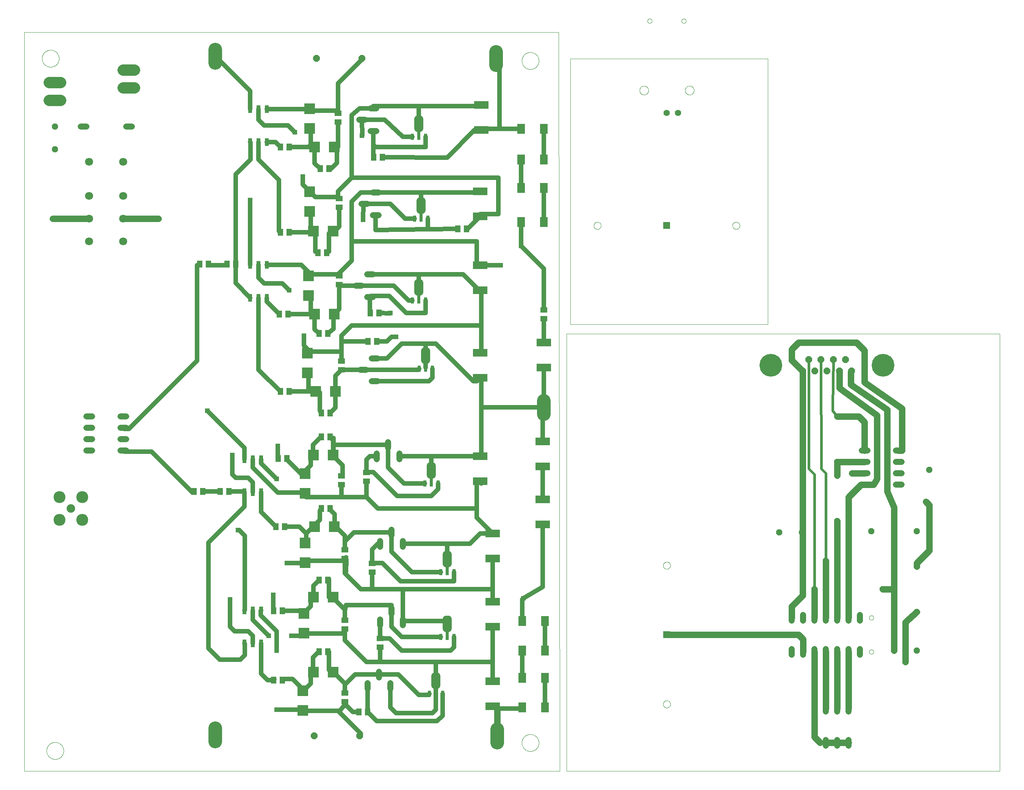
<source format=gtl>
G75*
%MOIN*%
%OFA0B0*%
%FSLAX25Y25*%
%IPPOS*%
%LPD*%
%AMOC8*
5,1,8,0,0,1.08239X$1,22.5*
%
%ADD10C,0.00000*%
%ADD11C,0.10039*%
%ADD12C,0.07500*%
%ADD13C,0.10500*%
%ADD14R,0.05118X0.05906*%
%ADD15C,0.05200*%
%ADD16C,0.07087*%
%ADD17R,0.03500X0.06600*%
%ADD18R,0.12598X0.07087*%
%ADD19C,0.11850*%
%ADD20R,0.09449X0.09449*%
%ADD21OC8,0.05200*%
%ADD22R,0.05906X0.05118*%
%ADD23OC8,0.06000*%
%ADD24R,0.07087X0.08661*%
%ADD25R,0.03150X0.05512*%
%ADD26R,0.03150X0.07480*%
%ADD27C,0.06000*%
%ADD28C,0.20000*%
%ADD29R,0.05937X0.05937*%
%ADD30C,0.05543*%
%ADD31C,0.05600*%
%ADD32R,0.03962X0.03962*%
%ADD33C,0.04000*%
%ADD34C,0.02400*%
D10*
X0001800Y0001800D02*
X0001800Y0651800D01*
X0471800Y0651800D01*
X0472800Y0001800D01*
X0001800Y0001800D01*
X0021325Y0019800D02*
X0021327Y0019983D01*
X0021334Y0020167D01*
X0021345Y0020350D01*
X0021361Y0020533D01*
X0021381Y0020715D01*
X0021406Y0020897D01*
X0021435Y0021078D01*
X0021469Y0021258D01*
X0021507Y0021438D01*
X0021549Y0021616D01*
X0021596Y0021794D01*
X0021647Y0021970D01*
X0021702Y0022145D01*
X0021762Y0022318D01*
X0021826Y0022490D01*
X0021894Y0022661D01*
X0021966Y0022829D01*
X0022043Y0022996D01*
X0022123Y0023161D01*
X0022208Y0023324D01*
X0022296Y0023484D01*
X0022388Y0023643D01*
X0022485Y0023799D01*
X0022585Y0023953D01*
X0022689Y0024104D01*
X0022796Y0024253D01*
X0022907Y0024399D01*
X0023022Y0024542D01*
X0023140Y0024682D01*
X0023261Y0024820D01*
X0023386Y0024954D01*
X0023514Y0025086D01*
X0023646Y0025214D01*
X0023780Y0025339D01*
X0023918Y0025460D01*
X0024058Y0025578D01*
X0024201Y0025693D01*
X0024347Y0025804D01*
X0024496Y0025911D01*
X0024647Y0026015D01*
X0024801Y0026115D01*
X0024957Y0026212D01*
X0025116Y0026304D01*
X0025276Y0026392D01*
X0025439Y0026477D01*
X0025604Y0026557D01*
X0025771Y0026634D01*
X0025939Y0026706D01*
X0026110Y0026774D01*
X0026282Y0026838D01*
X0026455Y0026898D01*
X0026630Y0026953D01*
X0026806Y0027004D01*
X0026984Y0027051D01*
X0027162Y0027093D01*
X0027342Y0027131D01*
X0027522Y0027165D01*
X0027703Y0027194D01*
X0027885Y0027219D01*
X0028067Y0027239D01*
X0028250Y0027255D01*
X0028433Y0027266D01*
X0028617Y0027273D01*
X0028800Y0027275D01*
X0028983Y0027273D01*
X0029167Y0027266D01*
X0029350Y0027255D01*
X0029533Y0027239D01*
X0029715Y0027219D01*
X0029897Y0027194D01*
X0030078Y0027165D01*
X0030258Y0027131D01*
X0030438Y0027093D01*
X0030616Y0027051D01*
X0030794Y0027004D01*
X0030970Y0026953D01*
X0031145Y0026898D01*
X0031318Y0026838D01*
X0031490Y0026774D01*
X0031661Y0026706D01*
X0031829Y0026634D01*
X0031996Y0026557D01*
X0032161Y0026477D01*
X0032324Y0026392D01*
X0032484Y0026304D01*
X0032643Y0026212D01*
X0032799Y0026115D01*
X0032953Y0026015D01*
X0033104Y0025911D01*
X0033253Y0025804D01*
X0033399Y0025693D01*
X0033542Y0025578D01*
X0033682Y0025460D01*
X0033820Y0025339D01*
X0033954Y0025214D01*
X0034086Y0025086D01*
X0034214Y0024954D01*
X0034339Y0024820D01*
X0034460Y0024682D01*
X0034578Y0024542D01*
X0034693Y0024399D01*
X0034804Y0024253D01*
X0034911Y0024104D01*
X0035015Y0023953D01*
X0035115Y0023799D01*
X0035212Y0023643D01*
X0035304Y0023484D01*
X0035392Y0023324D01*
X0035477Y0023161D01*
X0035557Y0022996D01*
X0035634Y0022829D01*
X0035706Y0022661D01*
X0035774Y0022490D01*
X0035838Y0022318D01*
X0035898Y0022145D01*
X0035953Y0021970D01*
X0036004Y0021794D01*
X0036051Y0021616D01*
X0036093Y0021438D01*
X0036131Y0021258D01*
X0036165Y0021078D01*
X0036194Y0020897D01*
X0036219Y0020715D01*
X0036239Y0020533D01*
X0036255Y0020350D01*
X0036266Y0020167D01*
X0036273Y0019983D01*
X0036275Y0019800D01*
X0036273Y0019617D01*
X0036266Y0019433D01*
X0036255Y0019250D01*
X0036239Y0019067D01*
X0036219Y0018885D01*
X0036194Y0018703D01*
X0036165Y0018522D01*
X0036131Y0018342D01*
X0036093Y0018162D01*
X0036051Y0017984D01*
X0036004Y0017806D01*
X0035953Y0017630D01*
X0035898Y0017455D01*
X0035838Y0017282D01*
X0035774Y0017110D01*
X0035706Y0016939D01*
X0035634Y0016771D01*
X0035557Y0016604D01*
X0035477Y0016439D01*
X0035392Y0016276D01*
X0035304Y0016116D01*
X0035212Y0015957D01*
X0035115Y0015801D01*
X0035015Y0015647D01*
X0034911Y0015496D01*
X0034804Y0015347D01*
X0034693Y0015201D01*
X0034578Y0015058D01*
X0034460Y0014918D01*
X0034339Y0014780D01*
X0034214Y0014646D01*
X0034086Y0014514D01*
X0033954Y0014386D01*
X0033820Y0014261D01*
X0033682Y0014140D01*
X0033542Y0014022D01*
X0033399Y0013907D01*
X0033253Y0013796D01*
X0033104Y0013689D01*
X0032953Y0013585D01*
X0032799Y0013485D01*
X0032643Y0013388D01*
X0032484Y0013296D01*
X0032324Y0013208D01*
X0032161Y0013123D01*
X0031996Y0013043D01*
X0031829Y0012966D01*
X0031661Y0012894D01*
X0031490Y0012826D01*
X0031318Y0012762D01*
X0031145Y0012702D01*
X0030970Y0012647D01*
X0030794Y0012596D01*
X0030616Y0012549D01*
X0030438Y0012507D01*
X0030258Y0012469D01*
X0030078Y0012435D01*
X0029897Y0012406D01*
X0029715Y0012381D01*
X0029533Y0012361D01*
X0029350Y0012345D01*
X0029167Y0012334D01*
X0028983Y0012327D01*
X0028800Y0012325D01*
X0028617Y0012327D01*
X0028433Y0012334D01*
X0028250Y0012345D01*
X0028067Y0012361D01*
X0027885Y0012381D01*
X0027703Y0012406D01*
X0027522Y0012435D01*
X0027342Y0012469D01*
X0027162Y0012507D01*
X0026984Y0012549D01*
X0026806Y0012596D01*
X0026630Y0012647D01*
X0026455Y0012702D01*
X0026282Y0012762D01*
X0026110Y0012826D01*
X0025939Y0012894D01*
X0025771Y0012966D01*
X0025604Y0013043D01*
X0025439Y0013123D01*
X0025276Y0013208D01*
X0025116Y0013296D01*
X0024957Y0013388D01*
X0024801Y0013485D01*
X0024647Y0013585D01*
X0024496Y0013689D01*
X0024347Y0013796D01*
X0024201Y0013907D01*
X0024058Y0014022D01*
X0023918Y0014140D01*
X0023780Y0014261D01*
X0023646Y0014386D01*
X0023514Y0014514D01*
X0023386Y0014646D01*
X0023261Y0014780D01*
X0023140Y0014918D01*
X0023022Y0015058D01*
X0022907Y0015201D01*
X0022796Y0015347D01*
X0022689Y0015496D01*
X0022585Y0015647D01*
X0022485Y0015801D01*
X0022388Y0015957D01*
X0022296Y0016116D01*
X0022208Y0016276D01*
X0022123Y0016439D01*
X0022043Y0016604D01*
X0021966Y0016771D01*
X0021894Y0016939D01*
X0021826Y0017110D01*
X0021762Y0017282D01*
X0021702Y0017455D01*
X0021647Y0017630D01*
X0021596Y0017806D01*
X0021549Y0017984D01*
X0021507Y0018162D01*
X0021469Y0018342D01*
X0021435Y0018522D01*
X0021406Y0018703D01*
X0021381Y0018885D01*
X0021361Y0019067D01*
X0021345Y0019250D01*
X0021334Y0019433D01*
X0021327Y0019617D01*
X0021325Y0019800D01*
X0439325Y0026800D02*
X0439327Y0026983D01*
X0439334Y0027167D01*
X0439345Y0027350D01*
X0439361Y0027533D01*
X0439381Y0027715D01*
X0439406Y0027897D01*
X0439435Y0028078D01*
X0439469Y0028258D01*
X0439507Y0028438D01*
X0439549Y0028616D01*
X0439596Y0028794D01*
X0439647Y0028970D01*
X0439702Y0029145D01*
X0439762Y0029318D01*
X0439826Y0029490D01*
X0439894Y0029661D01*
X0439966Y0029829D01*
X0440043Y0029996D01*
X0440123Y0030161D01*
X0440208Y0030324D01*
X0440296Y0030484D01*
X0440388Y0030643D01*
X0440485Y0030799D01*
X0440585Y0030953D01*
X0440689Y0031104D01*
X0440796Y0031253D01*
X0440907Y0031399D01*
X0441022Y0031542D01*
X0441140Y0031682D01*
X0441261Y0031820D01*
X0441386Y0031954D01*
X0441514Y0032086D01*
X0441646Y0032214D01*
X0441780Y0032339D01*
X0441918Y0032460D01*
X0442058Y0032578D01*
X0442201Y0032693D01*
X0442347Y0032804D01*
X0442496Y0032911D01*
X0442647Y0033015D01*
X0442801Y0033115D01*
X0442957Y0033212D01*
X0443116Y0033304D01*
X0443276Y0033392D01*
X0443439Y0033477D01*
X0443604Y0033557D01*
X0443771Y0033634D01*
X0443939Y0033706D01*
X0444110Y0033774D01*
X0444282Y0033838D01*
X0444455Y0033898D01*
X0444630Y0033953D01*
X0444806Y0034004D01*
X0444984Y0034051D01*
X0445162Y0034093D01*
X0445342Y0034131D01*
X0445522Y0034165D01*
X0445703Y0034194D01*
X0445885Y0034219D01*
X0446067Y0034239D01*
X0446250Y0034255D01*
X0446433Y0034266D01*
X0446617Y0034273D01*
X0446800Y0034275D01*
X0446983Y0034273D01*
X0447167Y0034266D01*
X0447350Y0034255D01*
X0447533Y0034239D01*
X0447715Y0034219D01*
X0447897Y0034194D01*
X0448078Y0034165D01*
X0448258Y0034131D01*
X0448438Y0034093D01*
X0448616Y0034051D01*
X0448794Y0034004D01*
X0448970Y0033953D01*
X0449145Y0033898D01*
X0449318Y0033838D01*
X0449490Y0033774D01*
X0449661Y0033706D01*
X0449829Y0033634D01*
X0449996Y0033557D01*
X0450161Y0033477D01*
X0450324Y0033392D01*
X0450484Y0033304D01*
X0450643Y0033212D01*
X0450799Y0033115D01*
X0450953Y0033015D01*
X0451104Y0032911D01*
X0451253Y0032804D01*
X0451399Y0032693D01*
X0451542Y0032578D01*
X0451682Y0032460D01*
X0451820Y0032339D01*
X0451954Y0032214D01*
X0452086Y0032086D01*
X0452214Y0031954D01*
X0452339Y0031820D01*
X0452460Y0031682D01*
X0452578Y0031542D01*
X0452693Y0031399D01*
X0452804Y0031253D01*
X0452911Y0031104D01*
X0453015Y0030953D01*
X0453115Y0030799D01*
X0453212Y0030643D01*
X0453304Y0030484D01*
X0453392Y0030324D01*
X0453477Y0030161D01*
X0453557Y0029996D01*
X0453634Y0029829D01*
X0453706Y0029661D01*
X0453774Y0029490D01*
X0453838Y0029318D01*
X0453898Y0029145D01*
X0453953Y0028970D01*
X0454004Y0028794D01*
X0454051Y0028616D01*
X0454093Y0028438D01*
X0454131Y0028258D01*
X0454165Y0028078D01*
X0454194Y0027897D01*
X0454219Y0027715D01*
X0454239Y0027533D01*
X0454255Y0027350D01*
X0454266Y0027167D01*
X0454273Y0026983D01*
X0454275Y0026800D01*
X0454273Y0026617D01*
X0454266Y0026433D01*
X0454255Y0026250D01*
X0454239Y0026067D01*
X0454219Y0025885D01*
X0454194Y0025703D01*
X0454165Y0025522D01*
X0454131Y0025342D01*
X0454093Y0025162D01*
X0454051Y0024984D01*
X0454004Y0024806D01*
X0453953Y0024630D01*
X0453898Y0024455D01*
X0453838Y0024282D01*
X0453774Y0024110D01*
X0453706Y0023939D01*
X0453634Y0023771D01*
X0453557Y0023604D01*
X0453477Y0023439D01*
X0453392Y0023276D01*
X0453304Y0023116D01*
X0453212Y0022957D01*
X0453115Y0022801D01*
X0453015Y0022647D01*
X0452911Y0022496D01*
X0452804Y0022347D01*
X0452693Y0022201D01*
X0452578Y0022058D01*
X0452460Y0021918D01*
X0452339Y0021780D01*
X0452214Y0021646D01*
X0452086Y0021514D01*
X0451954Y0021386D01*
X0451820Y0021261D01*
X0451682Y0021140D01*
X0451542Y0021022D01*
X0451399Y0020907D01*
X0451253Y0020796D01*
X0451104Y0020689D01*
X0450953Y0020585D01*
X0450799Y0020485D01*
X0450643Y0020388D01*
X0450484Y0020296D01*
X0450324Y0020208D01*
X0450161Y0020123D01*
X0449996Y0020043D01*
X0449829Y0019966D01*
X0449661Y0019894D01*
X0449490Y0019826D01*
X0449318Y0019762D01*
X0449145Y0019702D01*
X0448970Y0019647D01*
X0448794Y0019596D01*
X0448616Y0019549D01*
X0448438Y0019507D01*
X0448258Y0019469D01*
X0448078Y0019435D01*
X0447897Y0019406D01*
X0447715Y0019381D01*
X0447533Y0019361D01*
X0447350Y0019345D01*
X0447167Y0019334D01*
X0446983Y0019327D01*
X0446800Y0019325D01*
X0446617Y0019327D01*
X0446433Y0019334D01*
X0446250Y0019345D01*
X0446067Y0019361D01*
X0445885Y0019381D01*
X0445703Y0019406D01*
X0445522Y0019435D01*
X0445342Y0019469D01*
X0445162Y0019507D01*
X0444984Y0019549D01*
X0444806Y0019596D01*
X0444630Y0019647D01*
X0444455Y0019702D01*
X0444282Y0019762D01*
X0444110Y0019826D01*
X0443939Y0019894D01*
X0443771Y0019966D01*
X0443604Y0020043D01*
X0443439Y0020123D01*
X0443276Y0020208D01*
X0443116Y0020296D01*
X0442957Y0020388D01*
X0442801Y0020485D01*
X0442647Y0020585D01*
X0442496Y0020689D01*
X0442347Y0020796D01*
X0442201Y0020907D01*
X0442058Y0021022D01*
X0441918Y0021140D01*
X0441780Y0021261D01*
X0441646Y0021386D01*
X0441514Y0021514D01*
X0441386Y0021646D01*
X0441261Y0021780D01*
X0441140Y0021918D01*
X0441022Y0022058D01*
X0440907Y0022201D01*
X0440796Y0022347D01*
X0440689Y0022496D01*
X0440585Y0022647D01*
X0440485Y0022801D01*
X0440388Y0022957D01*
X0440296Y0023116D01*
X0440208Y0023276D01*
X0440123Y0023439D01*
X0440043Y0023604D01*
X0439966Y0023771D01*
X0439894Y0023939D01*
X0439826Y0024110D01*
X0439762Y0024282D01*
X0439702Y0024455D01*
X0439647Y0024630D01*
X0439596Y0024806D01*
X0439549Y0024984D01*
X0439507Y0025162D01*
X0439469Y0025342D01*
X0439435Y0025522D01*
X0439406Y0025703D01*
X0439381Y0025885D01*
X0439361Y0026067D01*
X0439345Y0026250D01*
X0439334Y0026433D01*
X0439327Y0026617D01*
X0439325Y0026800D01*
X0478800Y0001800D02*
X0478800Y0386501D01*
X0859721Y0386501D01*
X0859721Y0001800D01*
X0478800Y0001800D01*
X0563650Y0060776D02*
X0563652Y0060888D01*
X0563658Y0060999D01*
X0563668Y0061111D01*
X0563682Y0061222D01*
X0563699Y0061332D01*
X0563721Y0061442D01*
X0563747Y0061551D01*
X0563776Y0061659D01*
X0563809Y0061765D01*
X0563846Y0061871D01*
X0563887Y0061975D01*
X0563932Y0062078D01*
X0563980Y0062179D01*
X0564031Y0062278D01*
X0564086Y0062375D01*
X0564145Y0062470D01*
X0564206Y0062564D01*
X0564271Y0062655D01*
X0564340Y0062743D01*
X0564411Y0062829D01*
X0564485Y0062913D01*
X0564563Y0062993D01*
X0564643Y0063071D01*
X0564726Y0063147D01*
X0564811Y0063219D01*
X0564899Y0063288D01*
X0564989Y0063354D01*
X0565082Y0063416D01*
X0565177Y0063476D01*
X0565274Y0063532D01*
X0565372Y0063584D01*
X0565473Y0063633D01*
X0565575Y0063678D01*
X0565679Y0063720D01*
X0565784Y0063758D01*
X0565891Y0063792D01*
X0565998Y0063822D01*
X0566107Y0063849D01*
X0566216Y0063871D01*
X0566327Y0063890D01*
X0566437Y0063905D01*
X0566549Y0063916D01*
X0566660Y0063923D01*
X0566772Y0063926D01*
X0566884Y0063925D01*
X0566996Y0063920D01*
X0567107Y0063911D01*
X0567218Y0063898D01*
X0567329Y0063881D01*
X0567439Y0063861D01*
X0567548Y0063836D01*
X0567656Y0063808D01*
X0567763Y0063775D01*
X0567869Y0063739D01*
X0567973Y0063699D01*
X0568076Y0063656D01*
X0568178Y0063609D01*
X0568277Y0063558D01*
X0568375Y0063504D01*
X0568471Y0063446D01*
X0568565Y0063385D01*
X0568656Y0063321D01*
X0568745Y0063254D01*
X0568832Y0063183D01*
X0568916Y0063109D01*
X0568998Y0063033D01*
X0569076Y0062953D01*
X0569152Y0062871D01*
X0569225Y0062786D01*
X0569295Y0062699D01*
X0569361Y0062609D01*
X0569425Y0062517D01*
X0569485Y0062423D01*
X0569542Y0062327D01*
X0569595Y0062228D01*
X0569645Y0062128D01*
X0569691Y0062027D01*
X0569734Y0061923D01*
X0569773Y0061818D01*
X0569808Y0061712D01*
X0569839Y0061605D01*
X0569867Y0061496D01*
X0569890Y0061387D01*
X0569910Y0061277D01*
X0569926Y0061166D01*
X0569938Y0061055D01*
X0569946Y0060944D01*
X0569950Y0060832D01*
X0569950Y0060720D01*
X0569946Y0060608D01*
X0569938Y0060497D01*
X0569926Y0060386D01*
X0569910Y0060275D01*
X0569890Y0060165D01*
X0569867Y0060056D01*
X0569839Y0059947D01*
X0569808Y0059840D01*
X0569773Y0059734D01*
X0569734Y0059629D01*
X0569691Y0059525D01*
X0569645Y0059424D01*
X0569595Y0059324D01*
X0569542Y0059225D01*
X0569485Y0059129D01*
X0569425Y0059035D01*
X0569361Y0058943D01*
X0569295Y0058853D01*
X0569225Y0058766D01*
X0569152Y0058681D01*
X0569076Y0058599D01*
X0568998Y0058519D01*
X0568916Y0058443D01*
X0568832Y0058369D01*
X0568745Y0058298D01*
X0568656Y0058231D01*
X0568565Y0058167D01*
X0568471Y0058106D01*
X0568375Y0058048D01*
X0568277Y0057994D01*
X0568178Y0057943D01*
X0568076Y0057896D01*
X0567973Y0057853D01*
X0567869Y0057813D01*
X0567763Y0057777D01*
X0567656Y0057744D01*
X0567548Y0057716D01*
X0567439Y0057691D01*
X0567329Y0057671D01*
X0567218Y0057654D01*
X0567107Y0057641D01*
X0566996Y0057632D01*
X0566884Y0057627D01*
X0566772Y0057626D01*
X0566660Y0057629D01*
X0566549Y0057636D01*
X0566437Y0057647D01*
X0566327Y0057662D01*
X0566216Y0057681D01*
X0566107Y0057703D01*
X0565998Y0057730D01*
X0565891Y0057760D01*
X0565784Y0057794D01*
X0565679Y0057832D01*
X0565575Y0057874D01*
X0565473Y0057919D01*
X0565372Y0057968D01*
X0565274Y0058020D01*
X0565177Y0058076D01*
X0565082Y0058136D01*
X0564989Y0058198D01*
X0564899Y0058264D01*
X0564811Y0058333D01*
X0564726Y0058405D01*
X0564643Y0058481D01*
X0564563Y0058559D01*
X0564485Y0058639D01*
X0564411Y0058723D01*
X0564340Y0058809D01*
X0564271Y0058897D01*
X0564206Y0058988D01*
X0564145Y0059082D01*
X0564086Y0059177D01*
X0564031Y0059274D01*
X0563980Y0059373D01*
X0563932Y0059474D01*
X0563887Y0059577D01*
X0563846Y0059681D01*
X0563809Y0059787D01*
X0563776Y0059893D01*
X0563747Y0060001D01*
X0563721Y0060110D01*
X0563699Y0060220D01*
X0563682Y0060330D01*
X0563668Y0060441D01*
X0563658Y0060553D01*
X0563652Y0060664D01*
X0563650Y0060776D01*
X0563650Y0182824D02*
X0563652Y0182936D01*
X0563658Y0183047D01*
X0563668Y0183159D01*
X0563682Y0183270D01*
X0563699Y0183380D01*
X0563721Y0183490D01*
X0563747Y0183599D01*
X0563776Y0183707D01*
X0563809Y0183813D01*
X0563846Y0183919D01*
X0563887Y0184023D01*
X0563932Y0184126D01*
X0563980Y0184227D01*
X0564031Y0184326D01*
X0564086Y0184423D01*
X0564145Y0184518D01*
X0564206Y0184612D01*
X0564271Y0184703D01*
X0564340Y0184791D01*
X0564411Y0184877D01*
X0564485Y0184961D01*
X0564563Y0185041D01*
X0564643Y0185119D01*
X0564726Y0185195D01*
X0564811Y0185267D01*
X0564899Y0185336D01*
X0564989Y0185402D01*
X0565082Y0185464D01*
X0565177Y0185524D01*
X0565274Y0185580D01*
X0565372Y0185632D01*
X0565473Y0185681D01*
X0565575Y0185726D01*
X0565679Y0185768D01*
X0565784Y0185806D01*
X0565891Y0185840D01*
X0565998Y0185870D01*
X0566107Y0185897D01*
X0566216Y0185919D01*
X0566327Y0185938D01*
X0566437Y0185953D01*
X0566549Y0185964D01*
X0566660Y0185971D01*
X0566772Y0185974D01*
X0566884Y0185973D01*
X0566996Y0185968D01*
X0567107Y0185959D01*
X0567218Y0185946D01*
X0567329Y0185929D01*
X0567439Y0185909D01*
X0567548Y0185884D01*
X0567656Y0185856D01*
X0567763Y0185823D01*
X0567869Y0185787D01*
X0567973Y0185747D01*
X0568076Y0185704D01*
X0568178Y0185657D01*
X0568277Y0185606D01*
X0568375Y0185552D01*
X0568471Y0185494D01*
X0568565Y0185433D01*
X0568656Y0185369D01*
X0568745Y0185302D01*
X0568832Y0185231D01*
X0568916Y0185157D01*
X0568998Y0185081D01*
X0569076Y0185001D01*
X0569152Y0184919D01*
X0569225Y0184834D01*
X0569295Y0184747D01*
X0569361Y0184657D01*
X0569425Y0184565D01*
X0569485Y0184471D01*
X0569542Y0184375D01*
X0569595Y0184276D01*
X0569645Y0184176D01*
X0569691Y0184075D01*
X0569734Y0183971D01*
X0569773Y0183866D01*
X0569808Y0183760D01*
X0569839Y0183653D01*
X0569867Y0183544D01*
X0569890Y0183435D01*
X0569910Y0183325D01*
X0569926Y0183214D01*
X0569938Y0183103D01*
X0569946Y0182992D01*
X0569950Y0182880D01*
X0569950Y0182768D01*
X0569946Y0182656D01*
X0569938Y0182545D01*
X0569926Y0182434D01*
X0569910Y0182323D01*
X0569890Y0182213D01*
X0569867Y0182104D01*
X0569839Y0181995D01*
X0569808Y0181888D01*
X0569773Y0181782D01*
X0569734Y0181677D01*
X0569691Y0181573D01*
X0569645Y0181472D01*
X0569595Y0181372D01*
X0569542Y0181273D01*
X0569485Y0181177D01*
X0569425Y0181083D01*
X0569361Y0180991D01*
X0569295Y0180901D01*
X0569225Y0180814D01*
X0569152Y0180729D01*
X0569076Y0180647D01*
X0568998Y0180567D01*
X0568916Y0180491D01*
X0568832Y0180417D01*
X0568745Y0180346D01*
X0568656Y0180279D01*
X0568565Y0180215D01*
X0568471Y0180154D01*
X0568375Y0180096D01*
X0568277Y0180042D01*
X0568178Y0179991D01*
X0568076Y0179944D01*
X0567973Y0179901D01*
X0567869Y0179861D01*
X0567763Y0179825D01*
X0567656Y0179792D01*
X0567548Y0179764D01*
X0567439Y0179739D01*
X0567329Y0179719D01*
X0567218Y0179702D01*
X0567107Y0179689D01*
X0566996Y0179680D01*
X0566884Y0179675D01*
X0566772Y0179674D01*
X0566660Y0179677D01*
X0566549Y0179684D01*
X0566437Y0179695D01*
X0566327Y0179710D01*
X0566216Y0179729D01*
X0566107Y0179751D01*
X0565998Y0179778D01*
X0565891Y0179808D01*
X0565784Y0179842D01*
X0565679Y0179880D01*
X0565575Y0179922D01*
X0565473Y0179967D01*
X0565372Y0180016D01*
X0565274Y0180068D01*
X0565177Y0180124D01*
X0565082Y0180184D01*
X0564989Y0180246D01*
X0564899Y0180312D01*
X0564811Y0180381D01*
X0564726Y0180453D01*
X0564643Y0180529D01*
X0564563Y0180607D01*
X0564485Y0180687D01*
X0564411Y0180771D01*
X0564340Y0180857D01*
X0564271Y0180945D01*
X0564206Y0181036D01*
X0564145Y0181130D01*
X0564086Y0181225D01*
X0564031Y0181322D01*
X0563980Y0181421D01*
X0563932Y0181522D01*
X0563887Y0181625D01*
X0563846Y0181729D01*
X0563809Y0181835D01*
X0563776Y0181941D01*
X0563747Y0182049D01*
X0563721Y0182158D01*
X0563699Y0182268D01*
X0563682Y0182378D01*
X0563668Y0182489D01*
X0563658Y0182601D01*
X0563652Y0182712D01*
X0563650Y0182824D01*
X0744831Y0136800D02*
X0744833Y0136888D01*
X0744839Y0136976D01*
X0744849Y0137064D01*
X0744863Y0137152D01*
X0744880Y0137238D01*
X0744902Y0137324D01*
X0744927Y0137408D01*
X0744957Y0137492D01*
X0744989Y0137574D01*
X0745026Y0137654D01*
X0745066Y0137733D01*
X0745110Y0137810D01*
X0745157Y0137885D01*
X0745207Y0137957D01*
X0745261Y0138028D01*
X0745317Y0138095D01*
X0745377Y0138161D01*
X0745439Y0138223D01*
X0745505Y0138283D01*
X0745572Y0138339D01*
X0745643Y0138393D01*
X0745715Y0138443D01*
X0745790Y0138490D01*
X0745867Y0138534D01*
X0745946Y0138574D01*
X0746026Y0138611D01*
X0746108Y0138643D01*
X0746192Y0138673D01*
X0746276Y0138698D01*
X0746362Y0138720D01*
X0746448Y0138737D01*
X0746536Y0138751D01*
X0746624Y0138761D01*
X0746712Y0138767D01*
X0746800Y0138769D01*
X0746888Y0138767D01*
X0746976Y0138761D01*
X0747064Y0138751D01*
X0747152Y0138737D01*
X0747238Y0138720D01*
X0747324Y0138698D01*
X0747408Y0138673D01*
X0747492Y0138643D01*
X0747574Y0138611D01*
X0747654Y0138574D01*
X0747733Y0138534D01*
X0747810Y0138490D01*
X0747885Y0138443D01*
X0747957Y0138393D01*
X0748028Y0138339D01*
X0748095Y0138283D01*
X0748161Y0138223D01*
X0748223Y0138161D01*
X0748283Y0138095D01*
X0748339Y0138028D01*
X0748393Y0137957D01*
X0748443Y0137885D01*
X0748490Y0137810D01*
X0748534Y0137733D01*
X0748574Y0137654D01*
X0748611Y0137574D01*
X0748643Y0137492D01*
X0748673Y0137408D01*
X0748698Y0137324D01*
X0748720Y0137238D01*
X0748737Y0137152D01*
X0748751Y0137064D01*
X0748761Y0136976D01*
X0748767Y0136888D01*
X0748769Y0136800D01*
X0748767Y0136712D01*
X0748761Y0136624D01*
X0748751Y0136536D01*
X0748737Y0136448D01*
X0748720Y0136362D01*
X0748698Y0136276D01*
X0748673Y0136192D01*
X0748643Y0136108D01*
X0748611Y0136026D01*
X0748574Y0135946D01*
X0748534Y0135867D01*
X0748490Y0135790D01*
X0748443Y0135715D01*
X0748393Y0135643D01*
X0748339Y0135572D01*
X0748283Y0135505D01*
X0748223Y0135439D01*
X0748161Y0135377D01*
X0748095Y0135317D01*
X0748028Y0135261D01*
X0747957Y0135207D01*
X0747885Y0135157D01*
X0747810Y0135110D01*
X0747733Y0135066D01*
X0747654Y0135026D01*
X0747574Y0134989D01*
X0747492Y0134957D01*
X0747408Y0134927D01*
X0747324Y0134902D01*
X0747238Y0134880D01*
X0747152Y0134863D01*
X0747064Y0134849D01*
X0746976Y0134839D01*
X0746888Y0134833D01*
X0746800Y0134831D01*
X0746712Y0134833D01*
X0746624Y0134839D01*
X0746536Y0134849D01*
X0746448Y0134863D01*
X0746362Y0134880D01*
X0746276Y0134902D01*
X0746192Y0134927D01*
X0746108Y0134957D01*
X0746026Y0134989D01*
X0745946Y0135026D01*
X0745867Y0135066D01*
X0745790Y0135110D01*
X0745715Y0135157D01*
X0745643Y0135207D01*
X0745572Y0135261D01*
X0745505Y0135317D01*
X0745439Y0135377D01*
X0745377Y0135439D01*
X0745317Y0135505D01*
X0745261Y0135572D01*
X0745207Y0135643D01*
X0745157Y0135715D01*
X0745110Y0135790D01*
X0745066Y0135867D01*
X0745026Y0135946D01*
X0744989Y0136026D01*
X0744957Y0136108D01*
X0744927Y0136192D01*
X0744902Y0136276D01*
X0744880Y0136362D01*
X0744863Y0136448D01*
X0744849Y0136536D01*
X0744839Y0136624D01*
X0744833Y0136712D01*
X0744831Y0136800D01*
X0744831Y0106800D02*
X0744833Y0106888D01*
X0744839Y0106976D01*
X0744849Y0107064D01*
X0744863Y0107152D01*
X0744880Y0107238D01*
X0744902Y0107324D01*
X0744927Y0107408D01*
X0744957Y0107492D01*
X0744989Y0107574D01*
X0745026Y0107654D01*
X0745066Y0107733D01*
X0745110Y0107810D01*
X0745157Y0107885D01*
X0745207Y0107957D01*
X0745261Y0108028D01*
X0745317Y0108095D01*
X0745377Y0108161D01*
X0745439Y0108223D01*
X0745505Y0108283D01*
X0745572Y0108339D01*
X0745643Y0108393D01*
X0745715Y0108443D01*
X0745790Y0108490D01*
X0745867Y0108534D01*
X0745946Y0108574D01*
X0746026Y0108611D01*
X0746108Y0108643D01*
X0746192Y0108673D01*
X0746276Y0108698D01*
X0746362Y0108720D01*
X0746448Y0108737D01*
X0746536Y0108751D01*
X0746624Y0108761D01*
X0746712Y0108767D01*
X0746800Y0108769D01*
X0746888Y0108767D01*
X0746976Y0108761D01*
X0747064Y0108751D01*
X0747152Y0108737D01*
X0747238Y0108720D01*
X0747324Y0108698D01*
X0747408Y0108673D01*
X0747492Y0108643D01*
X0747574Y0108611D01*
X0747654Y0108574D01*
X0747733Y0108534D01*
X0747810Y0108490D01*
X0747885Y0108443D01*
X0747957Y0108393D01*
X0748028Y0108339D01*
X0748095Y0108283D01*
X0748161Y0108223D01*
X0748223Y0108161D01*
X0748283Y0108095D01*
X0748339Y0108028D01*
X0748393Y0107957D01*
X0748443Y0107885D01*
X0748490Y0107810D01*
X0748534Y0107733D01*
X0748574Y0107654D01*
X0748611Y0107574D01*
X0748643Y0107492D01*
X0748673Y0107408D01*
X0748698Y0107324D01*
X0748720Y0107238D01*
X0748737Y0107152D01*
X0748751Y0107064D01*
X0748761Y0106976D01*
X0748767Y0106888D01*
X0748769Y0106800D01*
X0748767Y0106712D01*
X0748761Y0106624D01*
X0748751Y0106536D01*
X0748737Y0106448D01*
X0748720Y0106362D01*
X0748698Y0106276D01*
X0748673Y0106192D01*
X0748643Y0106108D01*
X0748611Y0106026D01*
X0748574Y0105946D01*
X0748534Y0105867D01*
X0748490Y0105790D01*
X0748443Y0105715D01*
X0748393Y0105643D01*
X0748339Y0105572D01*
X0748283Y0105505D01*
X0748223Y0105439D01*
X0748161Y0105377D01*
X0748095Y0105317D01*
X0748028Y0105261D01*
X0747957Y0105207D01*
X0747885Y0105157D01*
X0747810Y0105110D01*
X0747733Y0105066D01*
X0747654Y0105026D01*
X0747574Y0104989D01*
X0747492Y0104957D01*
X0747408Y0104927D01*
X0747324Y0104902D01*
X0747238Y0104880D01*
X0747152Y0104863D01*
X0747064Y0104849D01*
X0746976Y0104839D01*
X0746888Y0104833D01*
X0746800Y0104831D01*
X0746712Y0104833D01*
X0746624Y0104839D01*
X0746536Y0104849D01*
X0746448Y0104863D01*
X0746362Y0104880D01*
X0746276Y0104902D01*
X0746192Y0104927D01*
X0746108Y0104957D01*
X0746026Y0104989D01*
X0745946Y0105026D01*
X0745867Y0105066D01*
X0745790Y0105110D01*
X0745715Y0105157D01*
X0745643Y0105207D01*
X0745572Y0105261D01*
X0745505Y0105317D01*
X0745439Y0105377D01*
X0745377Y0105439D01*
X0745317Y0105505D01*
X0745261Y0105572D01*
X0745207Y0105643D01*
X0745157Y0105715D01*
X0745110Y0105790D01*
X0745066Y0105867D01*
X0745026Y0105946D01*
X0744989Y0106026D01*
X0744957Y0106108D01*
X0744927Y0106192D01*
X0744902Y0106276D01*
X0744880Y0106362D01*
X0744863Y0106448D01*
X0744849Y0106536D01*
X0744839Y0106624D01*
X0744833Y0106712D01*
X0744831Y0106800D01*
X0655800Y0394800D02*
X0482099Y0394800D01*
X0482099Y0628721D01*
X0655800Y0628721D01*
X0655800Y0394800D01*
X0624674Y0481800D02*
X0624676Y0481912D01*
X0624682Y0482023D01*
X0624692Y0482135D01*
X0624706Y0482246D01*
X0624723Y0482356D01*
X0624745Y0482466D01*
X0624771Y0482575D01*
X0624800Y0482683D01*
X0624833Y0482789D01*
X0624870Y0482895D01*
X0624911Y0482999D01*
X0624956Y0483102D01*
X0625004Y0483203D01*
X0625055Y0483302D01*
X0625110Y0483399D01*
X0625169Y0483494D01*
X0625230Y0483588D01*
X0625295Y0483679D01*
X0625364Y0483767D01*
X0625435Y0483853D01*
X0625509Y0483937D01*
X0625587Y0484017D01*
X0625667Y0484095D01*
X0625750Y0484171D01*
X0625835Y0484243D01*
X0625923Y0484312D01*
X0626013Y0484378D01*
X0626106Y0484440D01*
X0626201Y0484500D01*
X0626298Y0484556D01*
X0626396Y0484608D01*
X0626497Y0484657D01*
X0626599Y0484702D01*
X0626703Y0484744D01*
X0626808Y0484782D01*
X0626915Y0484816D01*
X0627022Y0484846D01*
X0627131Y0484873D01*
X0627240Y0484895D01*
X0627351Y0484914D01*
X0627461Y0484929D01*
X0627573Y0484940D01*
X0627684Y0484947D01*
X0627796Y0484950D01*
X0627908Y0484949D01*
X0628020Y0484944D01*
X0628131Y0484935D01*
X0628242Y0484922D01*
X0628353Y0484905D01*
X0628463Y0484885D01*
X0628572Y0484860D01*
X0628680Y0484832D01*
X0628787Y0484799D01*
X0628893Y0484763D01*
X0628997Y0484723D01*
X0629100Y0484680D01*
X0629202Y0484633D01*
X0629301Y0484582D01*
X0629399Y0484528D01*
X0629495Y0484470D01*
X0629589Y0484409D01*
X0629680Y0484345D01*
X0629769Y0484278D01*
X0629856Y0484207D01*
X0629940Y0484133D01*
X0630022Y0484057D01*
X0630100Y0483977D01*
X0630176Y0483895D01*
X0630249Y0483810D01*
X0630319Y0483723D01*
X0630385Y0483633D01*
X0630449Y0483541D01*
X0630509Y0483447D01*
X0630566Y0483351D01*
X0630619Y0483252D01*
X0630669Y0483152D01*
X0630715Y0483051D01*
X0630758Y0482947D01*
X0630797Y0482842D01*
X0630832Y0482736D01*
X0630863Y0482629D01*
X0630891Y0482520D01*
X0630914Y0482411D01*
X0630934Y0482301D01*
X0630950Y0482190D01*
X0630962Y0482079D01*
X0630970Y0481968D01*
X0630974Y0481856D01*
X0630974Y0481744D01*
X0630970Y0481632D01*
X0630962Y0481521D01*
X0630950Y0481410D01*
X0630934Y0481299D01*
X0630914Y0481189D01*
X0630891Y0481080D01*
X0630863Y0480971D01*
X0630832Y0480864D01*
X0630797Y0480758D01*
X0630758Y0480653D01*
X0630715Y0480549D01*
X0630669Y0480448D01*
X0630619Y0480348D01*
X0630566Y0480249D01*
X0630509Y0480153D01*
X0630449Y0480059D01*
X0630385Y0479967D01*
X0630319Y0479877D01*
X0630249Y0479790D01*
X0630176Y0479705D01*
X0630100Y0479623D01*
X0630022Y0479543D01*
X0629940Y0479467D01*
X0629856Y0479393D01*
X0629769Y0479322D01*
X0629680Y0479255D01*
X0629589Y0479191D01*
X0629495Y0479130D01*
X0629399Y0479072D01*
X0629301Y0479018D01*
X0629202Y0478967D01*
X0629100Y0478920D01*
X0628997Y0478877D01*
X0628893Y0478837D01*
X0628787Y0478801D01*
X0628680Y0478768D01*
X0628572Y0478740D01*
X0628463Y0478715D01*
X0628353Y0478695D01*
X0628242Y0478678D01*
X0628131Y0478665D01*
X0628020Y0478656D01*
X0627908Y0478651D01*
X0627796Y0478650D01*
X0627684Y0478653D01*
X0627573Y0478660D01*
X0627461Y0478671D01*
X0627351Y0478686D01*
X0627240Y0478705D01*
X0627131Y0478727D01*
X0627022Y0478754D01*
X0626915Y0478784D01*
X0626808Y0478818D01*
X0626703Y0478856D01*
X0626599Y0478898D01*
X0626497Y0478943D01*
X0626396Y0478992D01*
X0626298Y0479044D01*
X0626201Y0479100D01*
X0626106Y0479160D01*
X0626013Y0479222D01*
X0625923Y0479288D01*
X0625835Y0479357D01*
X0625750Y0479429D01*
X0625667Y0479505D01*
X0625587Y0479583D01*
X0625509Y0479663D01*
X0625435Y0479747D01*
X0625364Y0479833D01*
X0625295Y0479921D01*
X0625230Y0480012D01*
X0625169Y0480106D01*
X0625110Y0480201D01*
X0625055Y0480298D01*
X0625004Y0480397D01*
X0624956Y0480498D01*
X0624911Y0480601D01*
X0624870Y0480705D01*
X0624833Y0480811D01*
X0624800Y0480917D01*
X0624771Y0481025D01*
X0624745Y0481134D01*
X0624723Y0481244D01*
X0624706Y0481354D01*
X0624692Y0481465D01*
X0624682Y0481577D01*
X0624676Y0481688D01*
X0624674Y0481800D01*
X0502626Y0481800D02*
X0502628Y0481912D01*
X0502634Y0482023D01*
X0502644Y0482135D01*
X0502658Y0482246D01*
X0502675Y0482356D01*
X0502697Y0482466D01*
X0502723Y0482575D01*
X0502752Y0482683D01*
X0502785Y0482789D01*
X0502822Y0482895D01*
X0502863Y0482999D01*
X0502908Y0483102D01*
X0502956Y0483203D01*
X0503007Y0483302D01*
X0503062Y0483399D01*
X0503121Y0483494D01*
X0503182Y0483588D01*
X0503247Y0483679D01*
X0503316Y0483767D01*
X0503387Y0483853D01*
X0503461Y0483937D01*
X0503539Y0484017D01*
X0503619Y0484095D01*
X0503702Y0484171D01*
X0503787Y0484243D01*
X0503875Y0484312D01*
X0503965Y0484378D01*
X0504058Y0484440D01*
X0504153Y0484500D01*
X0504250Y0484556D01*
X0504348Y0484608D01*
X0504449Y0484657D01*
X0504551Y0484702D01*
X0504655Y0484744D01*
X0504760Y0484782D01*
X0504867Y0484816D01*
X0504974Y0484846D01*
X0505083Y0484873D01*
X0505192Y0484895D01*
X0505303Y0484914D01*
X0505413Y0484929D01*
X0505525Y0484940D01*
X0505636Y0484947D01*
X0505748Y0484950D01*
X0505860Y0484949D01*
X0505972Y0484944D01*
X0506083Y0484935D01*
X0506194Y0484922D01*
X0506305Y0484905D01*
X0506415Y0484885D01*
X0506524Y0484860D01*
X0506632Y0484832D01*
X0506739Y0484799D01*
X0506845Y0484763D01*
X0506949Y0484723D01*
X0507052Y0484680D01*
X0507154Y0484633D01*
X0507253Y0484582D01*
X0507351Y0484528D01*
X0507447Y0484470D01*
X0507541Y0484409D01*
X0507632Y0484345D01*
X0507721Y0484278D01*
X0507808Y0484207D01*
X0507892Y0484133D01*
X0507974Y0484057D01*
X0508052Y0483977D01*
X0508128Y0483895D01*
X0508201Y0483810D01*
X0508271Y0483723D01*
X0508337Y0483633D01*
X0508401Y0483541D01*
X0508461Y0483447D01*
X0508518Y0483351D01*
X0508571Y0483252D01*
X0508621Y0483152D01*
X0508667Y0483051D01*
X0508710Y0482947D01*
X0508749Y0482842D01*
X0508784Y0482736D01*
X0508815Y0482629D01*
X0508843Y0482520D01*
X0508866Y0482411D01*
X0508886Y0482301D01*
X0508902Y0482190D01*
X0508914Y0482079D01*
X0508922Y0481968D01*
X0508926Y0481856D01*
X0508926Y0481744D01*
X0508922Y0481632D01*
X0508914Y0481521D01*
X0508902Y0481410D01*
X0508886Y0481299D01*
X0508866Y0481189D01*
X0508843Y0481080D01*
X0508815Y0480971D01*
X0508784Y0480864D01*
X0508749Y0480758D01*
X0508710Y0480653D01*
X0508667Y0480549D01*
X0508621Y0480448D01*
X0508571Y0480348D01*
X0508518Y0480249D01*
X0508461Y0480153D01*
X0508401Y0480059D01*
X0508337Y0479967D01*
X0508271Y0479877D01*
X0508201Y0479790D01*
X0508128Y0479705D01*
X0508052Y0479623D01*
X0507974Y0479543D01*
X0507892Y0479467D01*
X0507808Y0479393D01*
X0507721Y0479322D01*
X0507632Y0479255D01*
X0507541Y0479191D01*
X0507447Y0479130D01*
X0507351Y0479072D01*
X0507253Y0479018D01*
X0507154Y0478967D01*
X0507052Y0478920D01*
X0506949Y0478877D01*
X0506845Y0478837D01*
X0506739Y0478801D01*
X0506632Y0478768D01*
X0506524Y0478740D01*
X0506415Y0478715D01*
X0506305Y0478695D01*
X0506194Y0478678D01*
X0506083Y0478665D01*
X0505972Y0478656D01*
X0505860Y0478651D01*
X0505748Y0478650D01*
X0505636Y0478653D01*
X0505525Y0478660D01*
X0505413Y0478671D01*
X0505303Y0478686D01*
X0505192Y0478705D01*
X0505083Y0478727D01*
X0504974Y0478754D01*
X0504867Y0478784D01*
X0504760Y0478818D01*
X0504655Y0478856D01*
X0504551Y0478898D01*
X0504449Y0478943D01*
X0504348Y0478992D01*
X0504250Y0479044D01*
X0504153Y0479100D01*
X0504058Y0479160D01*
X0503965Y0479222D01*
X0503875Y0479288D01*
X0503787Y0479357D01*
X0503702Y0479429D01*
X0503619Y0479505D01*
X0503539Y0479583D01*
X0503461Y0479663D01*
X0503387Y0479747D01*
X0503316Y0479833D01*
X0503247Y0479921D01*
X0503182Y0480012D01*
X0503121Y0480106D01*
X0503062Y0480201D01*
X0503007Y0480298D01*
X0502956Y0480397D01*
X0502908Y0480498D01*
X0502863Y0480601D01*
X0502822Y0480705D01*
X0502785Y0480811D01*
X0502752Y0480917D01*
X0502723Y0481025D01*
X0502697Y0481134D01*
X0502675Y0481244D01*
X0502658Y0481354D01*
X0502644Y0481465D01*
X0502634Y0481577D01*
X0502628Y0481688D01*
X0502626Y0481800D01*
X0542863Y0600800D02*
X0542865Y0600925D01*
X0542871Y0601050D01*
X0542881Y0601174D01*
X0542895Y0601298D01*
X0542912Y0601422D01*
X0542934Y0601545D01*
X0542960Y0601667D01*
X0542989Y0601789D01*
X0543022Y0601909D01*
X0543060Y0602028D01*
X0543100Y0602147D01*
X0543145Y0602263D01*
X0543193Y0602378D01*
X0543245Y0602492D01*
X0543301Y0602604D01*
X0543360Y0602714D01*
X0543422Y0602822D01*
X0543488Y0602929D01*
X0543557Y0603033D01*
X0543630Y0603134D01*
X0543705Y0603234D01*
X0543784Y0603331D01*
X0543866Y0603425D01*
X0543951Y0603517D01*
X0544038Y0603606D01*
X0544129Y0603692D01*
X0544222Y0603775D01*
X0544318Y0603856D01*
X0544416Y0603933D01*
X0544516Y0604007D01*
X0544619Y0604078D01*
X0544724Y0604145D01*
X0544832Y0604210D01*
X0544941Y0604270D01*
X0545052Y0604328D01*
X0545165Y0604381D01*
X0545279Y0604431D01*
X0545395Y0604478D01*
X0545512Y0604520D01*
X0545631Y0604559D01*
X0545751Y0604595D01*
X0545872Y0604626D01*
X0545994Y0604654D01*
X0546116Y0604677D01*
X0546240Y0604697D01*
X0546364Y0604713D01*
X0546488Y0604725D01*
X0546613Y0604733D01*
X0546738Y0604737D01*
X0546862Y0604737D01*
X0546987Y0604733D01*
X0547112Y0604725D01*
X0547236Y0604713D01*
X0547360Y0604697D01*
X0547484Y0604677D01*
X0547606Y0604654D01*
X0547728Y0604626D01*
X0547849Y0604595D01*
X0547969Y0604559D01*
X0548088Y0604520D01*
X0548205Y0604478D01*
X0548321Y0604431D01*
X0548435Y0604381D01*
X0548548Y0604328D01*
X0548659Y0604270D01*
X0548769Y0604210D01*
X0548876Y0604145D01*
X0548981Y0604078D01*
X0549084Y0604007D01*
X0549184Y0603933D01*
X0549282Y0603856D01*
X0549378Y0603775D01*
X0549471Y0603692D01*
X0549562Y0603606D01*
X0549649Y0603517D01*
X0549734Y0603425D01*
X0549816Y0603331D01*
X0549895Y0603234D01*
X0549970Y0603134D01*
X0550043Y0603033D01*
X0550112Y0602929D01*
X0550178Y0602822D01*
X0550240Y0602714D01*
X0550299Y0602604D01*
X0550355Y0602492D01*
X0550407Y0602378D01*
X0550455Y0602263D01*
X0550500Y0602147D01*
X0550540Y0602028D01*
X0550578Y0601909D01*
X0550611Y0601789D01*
X0550640Y0601667D01*
X0550666Y0601545D01*
X0550688Y0601422D01*
X0550705Y0601298D01*
X0550719Y0601174D01*
X0550729Y0601050D01*
X0550735Y0600925D01*
X0550737Y0600800D01*
X0550735Y0600675D01*
X0550729Y0600550D01*
X0550719Y0600426D01*
X0550705Y0600302D01*
X0550688Y0600178D01*
X0550666Y0600055D01*
X0550640Y0599933D01*
X0550611Y0599811D01*
X0550578Y0599691D01*
X0550540Y0599572D01*
X0550500Y0599453D01*
X0550455Y0599337D01*
X0550407Y0599222D01*
X0550355Y0599108D01*
X0550299Y0598996D01*
X0550240Y0598886D01*
X0550178Y0598778D01*
X0550112Y0598671D01*
X0550043Y0598567D01*
X0549970Y0598466D01*
X0549895Y0598366D01*
X0549816Y0598269D01*
X0549734Y0598175D01*
X0549649Y0598083D01*
X0549562Y0597994D01*
X0549471Y0597908D01*
X0549378Y0597825D01*
X0549282Y0597744D01*
X0549184Y0597667D01*
X0549084Y0597593D01*
X0548981Y0597522D01*
X0548876Y0597455D01*
X0548768Y0597390D01*
X0548659Y0597330D01*
X0548548Y0597272D01*
X0548435Y0597219D01*
X0548321Y0597169D01*
X0548205Y0597122D01*
X0548088Y0597080D01*
X0547969Y0597041D01*
X0547849Y0597005D01*
X0547728Y0596974D01*
X0547606Y0596946D01*
X0547484Y0596923D01*
X0547360Y0596903D01*
X0547236Y0596887D01*
X0547112Y0596875D01*
X0546987Y0596867D01*
X0546862Y0596863D01*
X0546738Y0596863D01*
X0546613Y0596867D01*
X0546488Y0596875D01*
X0546364Y0596887D01*
X0546240Y0596903D01*
X0546116Y0596923D01*
X0545994Y0596946D01*
X0545872Y0596974D01*
X0545751Y0597005D01*
X0545631Y0597041D01*
X0545512Y0597080D01*
X0545395Y0597122D01*
X0545279Y0597169D01*
X0545165Y0597219D01*
X0545052Y0597272D01*
X0544941Y0597330D01*
X0544831Y0597390D01*
X0544724Y0597455D01*
X0544619Y0597522D01*
X0544516Y0597593D01*
X0544416Y0597667D01*
X0544318Y0597744D01*
X0544222Y0597825D01*
X0544129Y0597908D01*
X0544038Y0597994D01*
X0543951Y0598083D01*
X0543866Y0598175D01*
X0543784Y0598269D01*
X0543705Y0598366D01*
X0543630Y0598466D01*
X0543557Y0598567D01*
X0543488Y0598671D01*
X0543422Y0598778D01*
X0543360Y0598886D01*
X0543301Y0598996D01*
X0543245Y0599108D01*
X0543193Y0599222D01*
X0543145Y0599337D01*
X0543100Y0599453D01*
X0543060Y0599572D01*
X0543022Y0599691D01*
X0542989Y0599811D01*
X0542960Y0599933D01*
X0542934Y0600055D01*
X0542912Y0600178D01*
X0542895Y0600302D01*
X0542881Y0600426D01*
X0542871Y0600550D01*
X0542865Y0600675D01*
X0542863Y0600800D01*
X0582863Y0600800D02*
X0582865Y0600925D01*
X0582871Y0601050D01*
X0582881Y0601174D01*
X0582895Y0601298D01*
X0582912Y0601422D01*
X0582934Y0601545D01*
X0582960Y0601667D01*
X0582989Y0601789D01*
X0583022Y0601909D01*
X0583060Y0602028D01*
X0583100Y0602147D01*
X0583145Y0602263D01*
X0583193Y0602378D01*
X0583245Y0602492D01*
X0583301Y0602604D01*
X0583360Y0602714D01*
X0583422Y0602822D01*
X0583488Y0602929D01*
X0583557Y0603033D01*
X0583630Y0603134D01*
X0583705Y0603234D01*
X0583784Y0603331D01*
X0583866Y0603425D01*
X0583951Y0603517D01*
X0584038Y0603606D01*
X0584129Y0603692D01*
X0584222Y0603775D01*
X0584318Y0603856D01*
X0584416Y0603933D01*
X0584516Y0604007D01*
X0584619Y0604078D01*
X0584724Y0604145D01*
X0584832Y0604210D01*
X0584941Y0604270D01*
X0585052Y0604328D01*
X0585165Y0604381D01*
X0585279Y0604431D01*
X0585395Y0604478D01*
X0585512Y0604520D01*
X0585631Y0604559D01*
X0585751Y0604595D01*
X0585872Y0604626D01*
X0585994Y0604654D01*
X0586116Y0604677D01*
X0586240Y0604697D01*
X0586364Y0604713D01*
X0586488Y0604725D01*
X0586613Y0604733D01*
X0586738Y0604737D01*
X0586862Y0604737D01*
X0586987Y0604733D01*
X0587112Y0604725D01*
X0587236Y0604713D01*
X0587360Y0604697D01*
X0587484Y0604677D01*
X0587606Y0604654D01*
X0587728Y0604626D01*
X0587849Y0604595D01*
X0587969Y0604559D01*
X0588088Y0604520D01*
X0588205Y0604478D01*
X0588321Y0604431D01*
X0588435Y0604381D01*
X0588548Y0604328D01*
X0588659Y0604270D01*
X0588769Y0604210D01*
X0588876Y0604145D01*
X0588981Y0604078D01*
X0589084Y0604007D01*
X0589184Y0603933D01*
X0589282Y0603856D01*
X0589378Y0603775D01*
X0589471Y0603692D01*
X0589562Y0603606D01*
X0589649Y0603517D01*
X0589734Y0603425D01*
X0589816Y0603331D01*
X0589895Y0603234D01*
X0589970Y0603134D01*
X0590043Y0603033D01*
X0590112Y0602929D01*
X0590178Y0602822D01*
X0590240Y0602714D01*
X0590299Y0602604D01*
X0590355Y0602492D01*
X0590407Y0602378D01*
X0590455Y0602263D01*
X0590500Y0602147D01*
X0590540Y0602028D01*
X0590578Y0601909D01*
X0590611Y0601789D01*
X0590640Y0601667D01*
X0590666Y0601545D01*
X0590688Y0601422D01*
X0590705Y0601298D01*
X0590719Y0601174D01*
X0590729Y0601050D01*
X0590735Y0600925D01*
X0590737Y0600800D01*
X0590735Y0600675D01*
X0590729Y0600550D01*
X0590719Y0600426D01*
X0590705Y0600302D01*
X0590688Y0600178D01*
X0590666Y0600055D01*
X0590640Y0599933D01*
X0590611Y0599811D01*
X0590578Y0599691D01*
X0590540Y0599572D01*
X0590500Y0599453D01*
X0590455Y0599337D01*
X0590407Y0599222D01*
X0590355Y0599108D01*
X0590299Y0598996D01*
X0590240Y0598886D01*
X0590178Y0598778D01*
X0590112Y0598671D01*
X0590043Y0598567D01*
X0589970Y0598466D01*
X0589895Y0598366D01*
X0589816Y0598269D01*
X0589734Y0598175D01*
X0589649Y0598083D01*
X0589562Y0597994D01*
X0589471Y0597908D01*
X0589378Y0597825D01*
X0589282Y0597744D01*
X0589184Y0597667D01*
X0589084Y0597593D01*
X0588981Y0597522D01*
X0588876Y0597455D01*
X0588768Y0597390D01*
X0588659Y0597330D01*
X0588548Y0597272D01*
X0588435Y0597219D01*
X0588321Y0597169D01*
X0588205Y0597122D01*
X0588088Y0597080D01*
X0587969Y0597041D01*
X0587849Y0597005D01*
X0587728Y0596974D01*
X0587606Y0596946D01*
X0587484Y0596923D01*
X0587360Y0596903D01*
X0587236Y0596887D01*
X0587112Y0596875D01*
X0586987Y0596867D01*
X0586862Y0596863D01*
X0586738Y0596863D01*
X0586613Y0596867D01*
X0586488Y0596875D01*
X0586364Y0596887D01*
X0586240Y0596903D01*
X0586116Y0596923D01*
X0585994Y0596946D01*
X0585872Y0596974D01*
X0585751Y0597005D01*
X0585631Y0597041D01*
X0585512Y0597080D01*
X0585395Y0597122D01*
X0585279Y0597169D01*
X0585165Y0597219D01*
X0585052Y0597272D01*
X0584941Y0597330D01*
X0584831Y0597390D01*
X0584724Y0597455D01*
X0584619Y0597522D01*
X0584516Y0597593D01*
X0584416Y0597667D01*
X0584318Y0597744D01*
X0584222Y0597825D01*
X0584129Y0597908D01*
X0584038Y0597994D01*
X0583951Y0598083D01*
X0583866Y0598175D01*
X0583784Y0598269D01*
X0583705Y0598366D01*
X0583630Y0598466D01*
X0583557Y0598567D01*
X0583488Y0598671D01*
X0583422Y0598778D01*
X0583360Y0598886D01*
X0583301Y0598996D01*
X0583245Y0599108D01*
X0583193Y0599222D01*
X0583145Y0599337D01*
X0583100Y0599453D01*
X0583060Y0599572D01*
X0583022Y0599691D01*
X0582989Y0599811D01*
X0582960Y0599933D01*
X0582934Y0600055D01*
X0582912Y0600178D01*
X0582895Y0600302D01*
X0582881Y0600426D01*
X0582871Y0600550D01*
X0582865Y0600675D01*
X0582863Y0600800D01*
X0579831Y0661800D02*
X0579833Y0661888D01*
X0579839Y0661976D01*
X0579849Y0662064D01*
X0579863Y0662152D01*
X0579880Y0662238D01*
X0579902Y0662324D01*
X0579927Y0662408D01*
X0579957Y0662492D01*
X0579989Y0662574D01*
X0580026Y0662654D01*
X0580066Y0662733D01*
X0580110Y0662810D01*
X0580157Y0662885D01*
X0580207Y0662957D01*
X0580261Y0663028D01*
X0580317Y0663095D01*
X0580377Y0663161D01*
X0580439Y0663223D01*
X0580505Y0663283D01*
X0580572Y0663339D01*
X0580643Y0663393D01*
X0580715Y0663443D01*
X0580790Y0663490D01*
X0580867Y0663534D01*
X0580946Y0663574D01*
X0581026Y0663611D01*
X0581108Y0663643D01*
X0581192Y0663673D01*
X0581276Y0663698D01*
X0581362Y0663720D01*
X0581448Y0663737D01*
X0581536Y0663751D01*
X0581624Y0663761D01*
X0581712Y0663767D01*
X0581800Y0663769D01*
X0581888Y0663767D01*
X0581976Y0663761D01*
X0582064Y0663751D01*
X0582152Y0663737D01*
X0582238Y0663720D01*
X0582324Y0663698D01*
X0582408Y0663673D01*
X0582492Y0663643D01*
X0582574Y0663611D01*
X0582654Y0663574D01*
X0582733Y0663534D01*
X0582810Y0663490D01*
X0582885Y0663443D01*
X0582957Y0663393D01*
X0583028Y0663339D01*
X0583095Y0663283D01*
X0583161Y0663223D01*
X0583223Y0663161D01*
X0583283Y0663095D01*
X0583339Y0663028D01*
X0583393Y0662957D01*
X0583443Y0662885D01*
X0583490Y0662810D01*
X0583534Y0662733D01*
X0583574Y0662654D01*
X0583611Y0662574D01*
X0583643Y0662492D01*
X0583673Y0662408D01*
X0583698Y0662324D01*
X0583720Y0662238D01*
X0583737Y0662152D01*
X0583751Y0662064D01*
X0583761Y0661976D01*
X0583767Y0661888D01*
X0583769Y0661800D01*
X0583767Y0661712D01*
X0583761Y0661624D01*
X0583751Y0661536D01*
X0583737Y0661448D01*
X0583720Y0661362D01*
X0583698Y0661276D01*
X0583673Y0661192D01*
X0583643Y0661108D01*
X0583611Y0661026D01*
X0583574Y0660946D01*
X0583534Y0660867D01*
X0583490Y0660790D01*
X0583443Y0660715D01*
X0583393Y0660643D01*
X0583339Y0660572D01*
X0583283Y0660505D01*
X0583223Y0660439D01*
X0583161Y0660377D01*
X0583095Y0660317D01*
X0583028Y0660261D01*
X0582957Y0660207D01*
X0582885Y0660157D01*
X0582810Y0660110D01*
X0582733Y0660066D01*
X0582654Y0660026D01*
X0582574Y0659989D01*
X0582492Y0659957D01*
X0582408Y0659927D01*
X0582324Y0659902D01*
X0582238Y0659880D01*
X0582152Y0659863D01*
X0582064Y0659849D01*
X0581976Y0659839D01*
X0581888Y0659833D01*
X0581800Y0659831D01*
X0581712Y0659833D01*
X0581624Y0659839D01*
X0581536Y0659849D01*
X0581448Y0659863D01*
X0581362Y0659880D01*
X0581276Y0659902D01*
X0581192Y0659927D01*
X0581108Y0659957D01*
X0581026Y0659989D01*
X0580946Y0660026D01*
X0580867Y0660066D01*
X0580790Y0660110D01*
X0580715Y0660157D01*
X0580643Y0660207D01*
X0580572Y0660261D01*
X0580505Y0660317D01*
X0580439Y0660377D01*
X0580377Y0660439D01*
X0580317Y0660505D01*
X0580261Y0660572D01*
X0580207Y0660643D01*
X0580157Y0660715D01*
X0580110Y0660790D01*
X0580066Y0660867D01*
X0580026Y0660946D01*
X0579989Y0661026D01*
X0579957Y0661108D01*
X0579927Y0661192D01*
X0579902Y0661276D01*
X0579880Y0661362D01*
X0579863Y0661448D01*
X0579849Y0661536D01*
X0579839Y0661624D01*
X0579833Y0661712D01*
X0579831Y0661800D01*
X0549831Y0661800D02*
X0549833Y0661888D01*
X0549839Y0661976D01*
X0549849Y0662064D01*
X0549863Y0662152D01*
X0549880Y0662238D01*
X0549902Y0662324D01*
X0549927Y0662408D01*
X0549957Y0662492D01*
X0549989Y0662574D01*
X0550026Y0662654D01*
X0550066Y0662733D01*
X0550110Y0662810D01*
X0550157Y0662885D01*
X0550207Y0662957D01*
X0550261Y0663028D01*
X0550317Y0663095D01*
X0550377Y0663161D01*
X0550439Y0663223D01*
X0550505Y0663283D01*
X0550572Y0663339D01*
X0550643Y0663393D01*
X0550715Y0663443D01*
X0550790Y0663490D01*
X0550867Y0663534D01*
X0550946Y0663574D01*
X0551026Y0663611D01*
X0551108Y0663643D01*
X0551192Y0663673D01*
X0551276Y0663698D01*
X0551362Y0663720D01*
X0551448Y0663737D01*
X0551536Y0663751D01*
X0551624Y0663761D01*
X0551712Y0663767D01*
X0551800Y0663769D01*
X0551888Y0663767D01*
X0551976Y0663761D01*
X0552064Y0663751D01*
X0552152Y0663737D01*
X0552238Y0663720D01*
X0552324Y0663698D01*
X0552408Y0663673D01*
X0552492Y0663643D01*
X0552574Y0663611D01*
X0552654Y0663574D01*
X0552733Y0663534D01*
X0552810Y0663490D01*
X0552885Y0663443D01*
X0552957Y0663393D01*
X0553028Y0663339D01*
X0553095Y0663283D01*
X0553161Y0663223D01*
X0553223Y0663161D01*
X0553283Y0663095D01*
X0553339Y0663028D01*
X0553393Y0662957D01*
X0553443Y0662885D01*
X0553490Y0662810D01*
X0553534Y0662733D01*
X0553574Y0662654D01*
X0553611Y0662574D01*
X0553643Y0662492D01*
X0553673Y0662408D01*
X0553698Y0662324D01*
X0553720Y0662238D01*
X0553737Y0662152D01*
X0553751Y0662064D01*
X0553761Y0661976D01*
X0553767Y0661888D01*
X0553769Y0661800D01*
X0553767Y0661712D01*
X0553761Y0661624D01*
X0553751Y0661536D01*
X0553737Y0661448D01*
X0553720Y0661362D01*
X0553698Y0661276D01*
X0553673Y0661192D01*
X0553643Y0661108D01*
X0553611Y0661026D01*
X0553574Y0660946D01*
X0553534Y0660867D01*
X0553490Y0660790D01*
X0553443Y0660715D01*
X0553393Y0660643D01*
X0553339Y0660572D01*
X0553283Y0660505D01*
X0553223Y0660439D01*
X0553161Y0660377D01*
X0553095Y0660317D01*
X0553028Y0660261D01*
X0552957Y0660207D01*
X0552885Y0660157D01*
X0552810Y0660110D01*
X0552733Y0660066D01*
X0552654Y0660026D01*
X0552574Y0659989D01*
X0552492Y0659957D01*
X0552408Y0659927D01*
X0552324Y0659902D01*
X0552238Y0659880D01*
X0552152Y0659863D01*
X0552064Y0659849D01*
X0551976Y0659839D01*
X0551888Y0659833D01*
X0551800Y0659831D01*
X0551712Y0659833D01*
X0551624Y0659839D01*
X0551536Y0659849D01*
X0551448Y0659863D01*
X0551362Y0659880D01*
X0551276Y0659902D01*
X0551192Y0659927D01*
X0551108Y0659957D01*
X0551026Y0659989D01*
X0550946Y0660026D01*
X0550867Y0660066D01*
X0550790Y0660110D01*
X0550715Y0660157D01*
X0550643Y0660207D01*
X0550572Y0660261D01*
X0550505Y0660317D01*
X0550439Y0660377D01*
X0550377Y0660439D01*
X0550317Y0660505D01*
X0550261Y0660572D01*
X0550207Y0660643D01*
X0550157Y0660715D01*
X0550110Y0660790D01*
X0550066Y0660867D01*
X0550026Y0660946D01*
X0549989Y0661026D01*
X0549957Y0661108D01*
X0549927Y0661192D01*
X0549902Y0661276D01*
X0549880Y0661362D01*
X0549863Y0661448D01*
X0549849Y0661536D01*
X0549839Y0661624D01*
X0549833Y0661712D01*
X0549831Y0661800D01*
X0439325Y0626800D02*
X0439327Y0626983D01*
X0439334Y0627167D01*
X0439345Y0627350D01*
X0439361Y0627533D01*
X0439381Y0627715D01*
X0439406Y0627897D01*
X0439435Y0628078D01*
X0439469Y0628258D01*
X0439507Y0628438D01*
X0439549Y0628616D01*
X0439596Y0628794D01*
X0439647Y0628970D01*
X0439702Y0629145D01*
X0439762Y0629318D01*
X0439826Y0629490D01*
X0439894Y0629661D01*
X0439966Y0629829D01*
X0440043Y0629996D01*
X0440123Y0630161D01*
X0440208Y0630324D01*
X0440296Y0630484D01*
X0440388Y0630643D01*
X0440485Y0630799D01*
X0440585Y0630953D01*
X0440689Y0631104D01*
X0440796Y0631253D01*
X0440907Y0631399D01*
X0441022Y0631542D01*
X0441140Y0631682D01*
X0441261Y0631820D01*
X0441386Y0631954D01*
X0441514Y0632086D01*
X0441646Y0632214D01*
X0441780Y0632339D01*
X0441918Y0632460D01*
X0442058Y0632578D01*
X0442201Y0632693D01*
X0442347Y0632804D01*
X0442496Y0632911D01*
X0442647Y0633015D01*
X0442801Y0633115D01*
X0442957Y0633212D01*
X0443116Y0633304D01*
X0443276Y0633392D01*
X0443439Y0633477D01*
X0443604Y0633557D01*
X0443771Y0633634D01*
X0443939Y0633706D01*
X0444110Y0633774D01*
X0444282Y0633838D01*
X0444455Y0633898D01*
X0444630Y0633953D01*
X0444806Y0634004D01*
X0444984Y0634051D01*
X0445162Y0634093D01*
X0445342Y0634131D01*
X0445522Y0634165D01*
X0445703Y0634194D01*
X0445885Y0634219D01*
X0446067Y0634239D01*
X0446250Y0634255D01*
X0446433Y0634266D01*
X0446617Y0634273D01*
X0446800Y0634275D01*
X0446983Y0634273D01*
X0447167Y0634266D01*
X0447350Y0634255D01*
X0447533Y0634239D01*
X0447715Y0634219D01*
X0447897Y0634194D01*
X0448078Y0634165D01*
X0448258Y0634131D01*
X0448438Y0634093D01*
X0448616Y0634051D01*
X0448794Y0634004D01*
X0448970Y0633953D01*
X0449145Y0633898D01*
X0449318Y0633838D01*
X0449490Y0633774D01*
X0449661Y0633706D01*
X0449829Y0633634D01*
X0449996Y0633557D01*
X0450161Y0633477D01*
X0450324Y0633392D01*
X0450484Y0633304D01*
X0450643Y0633212D01*
X0450799Y0633115D01*
X0450953Y0633015D01*
X0451104Y0632911D01*
X0451253Y0632804D01*
X0451399Y0632693D01*
X0451542Y0632578D01*
X0451682Y0632460D01*
X0451820Y0632339D01*
X0451954Y0632214D01*
X0452086Y0632086D01*
X0452214Y0631954D01*
X0452339Y0631820D01*
X0452460Y0631682D01*
X0452578Y0631542D01*
X0452693Y0631399D01*
X0452804Y0631253D01*
X0452911Y0631104D01*
X0453015Y0630953D01*
X0453115Y0630799D01*
X0453212Y0630643D01*
X0453304Y0630484D01*
X0453392Y0630324D01*
X0453477Y0630161D01*
X0453557Y0629996D01*
X0453634Y0629829D01*
X0453706Y0629661D01*
X0453774Y0629490D01*
X0453838Y0629318D01*
X0453898Y0629145D01*
X0453953Y0628970D01*
X0454004Y0628794D01*
X0454051Y0628616D01*
X0454093Y0628438D01*
X0454131Y0628258D01*
X0454165Y0628078D01*
X0454194Y0627897D01*
X0454219Y0627715D01*
X0454239Y0627533D01*
X0454255Y0627350D01*
X0454266Y0627167D01*
X0454273Y0626983D01*
X0454275Y0626800D01*
X0454273Y0626617D01*
X0454266Y0626433D01*
X0454255Y0626250D01*
X0454239Y0626067D01*
X0454219Y0625885D01*
X0454194Y0625703D01*
X0454165Y0625522D01*
X0454131Y0625342D01*
X0454093Y0625162D01*
X0454051Y0624984D01*
X0454004Y0624806D01*
X0453953Y0624630D01*
X0453898Y0624455D01*
X0453838Y0624282D01*
X0453774Y0624110D01*
X0453706Y0623939D01*
X0453634Y0623771D01*
X0453557Y0623604D01*
X0453477Y0623439D01*
X0453392Y0623276D01*
X0453304Y0623116D01*
X0453212Y0622957D01*
X0453115Y0622801D01*
X0453015Y0622647D01*
X0452911Y0622496D01*
X0452804Y0622347D01*
X0452693Y0622201D01*
X0452578Y0622058D01*
X0452460Y0621918D01*
X0452339Y0621780D01*
X0452214Y0621646D01*
X0452086Y0621514D01*
X0451954Y0621386D01*
X0451820Y0621261D01*
X0451682Y0621140D01*
X0451542Y0621022D01*
X0451399Y0620907D01*
X0451253Y0620796D01*
X0451104Y0620689D01*
X0450953Y0620585D01*
X0450799Y0620485D01*
X0450643Y0620388D01*
X0450484Y0620296D01*
X0450324Y0620208D01*
X0450161Y0620123D01*
X0449996Y0620043D01*
X0449829Y0619966D01*
X0449661Y0619894D01*
X0449490Y0619826D01*
X0449318Y0619762D01*
X0449145Y0619702D01*
X0448970Y0619647D01*
X0448794Y0619596D01*
X0448616Y0619549D01*
X0448438Y0619507D01*
X0448258Y0619469D01*
X0448078Y0619435D01*
X0447897Y0619406D01*
X0447715Y0619381D01*
X0447533Y0619361D01*
X0447350Y0619345D01*
X0447167Y0619334D01*
X0446983Y0619327D01*
X0446800Y0619325D01*
X0446617Y0619327D01*
X0446433Y0619334D01*
X0446250Y0619345D01*
X0446067Y0619361D01*
X0445885Y0619381D01*
X0445703Y0619406D01*
X0445522Y0619435D01*
X0445342Y0619469D01*
X0445162Y0619507D01*
X0444984Y0619549D01*
X0444806Y0619596D01*
X0444630Y0619647D01*
X0444455Y0619702D01*
X0444282Y0619762D01*
X0444110Y0619826D01*
X0443939Y0619894D01*
X0443771Y0619966D01*
X0443604Y0620043D01*
X0443439Y0620123D01*
X0443276Y0620208D01*
X0443116Y0620296D01*
X0442957Y0620388D01*
X0442801Y0620485D01*
X0442647Y0620585D01*
X0442496Y0620689D01*
X0442347Y0620796D01*
X0442201Y0620907D01*
X0442058Y0621022D01*
X0441918Y0621140D01*
X0441780Y0621261D01*
X0441646Y0621386D01*
X0441514Y0621514D01*
X0441386Y0621646D01*
X0441261Y0621780D01*
X0441140Y0621918D01*
X0441022Y0622058D01*
X0440907Y0622201D01*
X0440796Y0622347D01*
X0440689Y0622496D01*
X0440585Y0622647D01*
X0440485Y0622801D01*
X0440388Y0622957D01*
X0440296Y0623116D01*
X0440208Y0623276D01*
X0440123Y0623439D01*
X0440043Y0623604D01*
X0439966Y0623771D01*
X0439894Y0623939D01*
X0439826Y0624110D01*
X0439762Y0624282D01*
X0439702Y0624455D01*
X0439647Y0624630D01*
X0439596Y0624806D01*
X0439549Y0624984D01*
X0439507Y0625162D01*
X0439469Y0625342D01*
X0439435Y0625522D01*
X0439406Y0625703D01*
X0439381Y0625885D01*
X0439361Y0626067D01*
X0439345Y0626250D01*
X0439334Y0626433D01*
X0439327Y0626617D01*
X0439325Y0626800D01*
X0017325Y0628800D02*
X0017327Y0628983D01*
X0017334Y0629167D01*
X0017345Y0629350D01*
X0017361Y0629533D01*
X0017381Y0629715D01*
X0017406Y0629897D01*
X0017435Y0630078D01*
X0017469Y0630258D01*
X0017507Y0630438D01*
X0017549Y0630616D01*
X0017596Y0630794D01*
X0017647Y0630970D01*
X0017702Y0631145D01*
X0017762Y0631318D01*
X0017826Y0631490D01*
X0017894Y0631661D01*
X0017966Y0631829D01*
X0018043Y0631996D01*
X0018123Y0632161D01*
X0018208Y0632324D01*
X0018296Y0632484D01*
X0018388Y0632643D01*
X0018485Y0632799D01*
X0018585Y0632953D01*
X0018689Y0633104D01*
X0018796Y0633253D01*
X0018907Y0633399D01*
X0019022Y0633542D01*
X0019140Y0633682D01*
X0019261Y0633820D01*
X0019386Y0633954D01*
X0019514Y0634086D01*
X0019646Y0634214D01*
X0019780Y0634339D01*
X0019918Y0634460D01*
X0020058Y0634578D01*
X0020201Y0634693D01*
X0020347Y0634804D01*
X0020496Y0634911D01*
X0020647Y0635015D01*
X0020801Y0635115D01*
X0020957Y0635212D01*
X0021116Y0635304D01*
X0021276Y0635392D01*
X0021439Y0635477D01*
X0021604Y0635557D01*
X0021771Y0635634D01*
X0021939Y0635706D01*
X0022110Y0635774D01*
X0022282Y0635838D01*
X0022455Y0635898D01*
X0022630Y0635953D01*
X0022806Y0636004D01*
X0022984Y0636051D01*
X0023162Y0636093D01*
X0023342Y0636131D01*
X0023522Y0636165D01*
X0023703Y0636194D01*
X0023885Y0636219D01*
X0024067Y0636239D01*
X0024250Y0636255D01*
X0024433Y0636266D01*
X0024617Y0636273D01*
X0024800Y0636275D01*
X0024983Y0636273D01*
X0025167Y0636266D01*
X0025350Y0636255D01*
X0025533Y0636239D01*
X0025715Y0636219D01*
X0025897Y0636194D01*
X0026078Y0636165D01*
X0026258Y0636131D01*
X0026438Y0636093D01*
X0026616Y0636051D01*
X0026794Y0636004D01*
X0026970Y0635953D01*
X0027145Y0635898D01*
X0027318Y0635838D01*
X0027490Y0635774D01*
X0027661Y0635706D01*
X0027829Y0635634D01*
X0027996Y0635557D01*
X0028161Y0635477D01*
X0028324Y0635392D01*
X0028484Y0635304D01*
X0028643Y0635212D01*
X0028799Y0635115D01*
X0028953Y0635015D01*
X0029104Y0634911D01*
X0029253Y0634804D01*
X0029399Y0634693D01*
X0029542Y0634578D01*
X0029682Y0634460D01*
X0029820Y0634339D01*
X0029954Y0634214D01*
X0030086Y0634086D01*
X0030214Y0633954D01*
X0030339Y0633820D01*
X0030460Y0633682D01*
X0030578Y0633542D01*
X0030693Y0633399D01*
X0030804Y0633253D01*
X0030911Y0633104D01*
X0031015Y0632953D01*
X0031115Y0632799D01*
X0031212Y0632643D01*
X0031304Y0632484D01*
X0031392Y0632324D01*
X0031477Y0632161D01*
X0031557Y0631996D01*
X0031634Y0631829D01*
X0031706Y0631661D01*
X0031774Y0631490D01*
X0031838Y0631318D01*
X0031898Y0631145D01*
X0031953Y0630970D01*
X0032004Y0630794D01*
X0032051Y0630616D01*
X0032093Y0630438D01*
X0032131Y0630258D01*
X0032165Y0630078D01*
X0032194Y0629897D01*
X0032219Y0629715D01*
X0032239Y0629533D01*
X0032255Y0629350D01*
X0032266Y0629167D01*
X0032273Y0628983D01*
X0032275Y0628800D01*
X0032273Y0628617D01*
X0032266Y0628433D01*
X0032255Y0628250D01*
X0032239Y0628067D01*
X0032219Y0627885D01*
X0032194Y0627703D01*
X0032165Y0627522D01*
X0032131Y0627342D01*
X0032093Y0627162D01*
X0032051Y0626984D01*
X0032004Y0626806D01*
X0031953Y0626630D01*
X0031898Y0626455D01*
X0031838Y0626282D01*
X0031774Y0626110D01*
X0031706Y0625939D01*
X0031634Y0625771D01*
X0031557Y0625604D01*
X0031477Y0625439D01*
X0031392Y0625276D01*
X0031304Y0625116D01*
X0031212Y0624957D01*
X0031115Y0624801D01*
X0031015Y0624647D01*
X0030911Y0624496D01*
X0030804Y0624347D01*
X0030693Y0624201D01*
X0030578Y0624058D01*
X0030460Y0623918D01*
X0030339Y0623780D01*
X0030214Y0623646D01*
X0030086Y0623514D01*
X0029954Y0623386D01*
X0029820Y0623261D01*
X0029682Y0623140D01*
X0029542Y0623022D01*
X0029399Y0622907D01*
X0029253Y0622796D01*
X0029104Y0622689D01*
X0028953Y0622585D01*
X0028799Y0622485D01*
X0028643Y0622388D01*
X0028484Y0622296D01*
X0028324Y0622208D01*
X0028161Y0622123D01*
X0027996Y0622043D01*
X0027829Y0621966D01*
X0027661Y0621894D01*
X0027490Y0621826D01*
X0027318Y0621762D01*
X0027145Y0621702D01*
X0026970Y0621647D01*
X0026794Y0621596D01*
X0026616Y0621549D01*
X0026438Y0621507D01*
X0026258Y0621469D01*
X0026078Y0621435D01*
X0025897Y0621406D01*
X0025715Y0621381D01*
X0025533Y0621361D01*
X0025350Y0621345D01*
X0025167Y0621334D01*
X0024983Y0621327D01*
X0024800Y0621325D01*
X0024617Y0621327D01*
X0024433Y0621334D01*
X0024250Y0621345D01*
X0024067Y0621361D01*
X0023885Y0621381D01*
X0023703Y0621406D01*
X0023522Y0621435D01*
X0023342Y0621469D01*
X0023162Y0621507D01*
X0022984Y0621549D01*
X0022806Y0621596D01*
X0022630Y0621647D01*
X0022455Y0621702D01*
X0022282Y0621762D01*
X0022110Y0621826D01*
X0021939Y0621894D01*
X0021771Y0621966D01*
X0021604Y0622043D01*
X0021439Y0622123D01*
X0021276Y0622208D01*
X0021116Y0622296D01*
X0020957Y0622388D01*
X0020801Y0622485D01*
X0020647Y0622585D01*
X0020496Y0622689D01*
X0020347Y0622796D01*
X0020201Y0622907D01*
X0020058Y0623022D01*
X0019918Y0623140D01*
X0019780Y0623261D01*
X0019646Y0623386D01*
X0019514Y0623514D01*
X0019386Y0623646D01*
X0019261Y0623780D01*
X0019140Y0623918D01*
X0019022Y0624058D01*
X0018907Y0624201D01*
X0018796Y0624347D01*
X0018689Y0624496D01*
X0018585Y0624647D01*
X0018485Y0624801D01*
X0018388Y0624957D01*
X0018296Y0625116D01*
X0018208Y0625276D01*
X0018123Y0625439D01*
X0018043Y0625604D01*
X0017966Y0625771D01*
X0017894Y0625939D01*
X0017826Y0626110D01*
X0017762Y0626282D01*
X0017702Y0626455D01*
X0017647Y0626630D01*
X0017596Y0626806D01*
X0017549Y0626984D01*
X0017507Y0627162D01*
X0017469Y0627342D01*
X0017435Y0627522D01*
X0017406Y0627703D01*
X0017381Y0627885D01*
X0017361Y0628067D01*
X0017345Y0628250D01*
X0017334Y0628433D01*
X0017327Y0628617D01*
X0017325Y0628800D01*
D11*
X0023780Y0607595D02*
X0033820Y0607595D01*
X0033820Y0592005D02*
X0023780Y0592005D01*
X0088780Y0603005D02*
X0098820Y0603005D01*
X0098820Y0618595D02*
X0088780Y0618595D01*
D12*
X0042800Y0232800D03*
D13*
X0032761Y0222761D03*
X0032761Y0242839D03*
X0052839Y0242839D03*
X0052839Y0222761D03*
D14*
X0151060Y0247800D03*
X0158540Y0247800D03*
X0174060Y0247800D03*
X0181540Y0247800D03*
X0223060Y0216800D03*
X0230540Y0216800D03*
X0263060Y0232800D03*
X0270540Y0232800D03*
X0232540Y0276800D03*
X0225060Y0276800D03*
X0263060Y0295800D03*
X0270540Y0295800D03*
X0270540Y0316800D03*
X0263060Y0316800D03*
X0234540Y0335800D03*
X0227060Y0335800D03*
X0261060Y0386800D03*
X0268540Y0386800D03*
X0304060Y0379800D03*
X0311540Y0379800D03*
X0313540Y0404800D03*
X0306060Y0404800D03*
X0267540Y0457800D03*
X0260060Y0457800D03*
X0234540Y0475800D03*
X0227060Y0475800D03*
X0187540Y0447800D03*
X0180060Y0447800D03*
X0163540Y0447800D03*
X0156060Y0447800D03*
X0226060Y0403800D03*
X0233540Y0403800D03*
X0383060Y0478800D03*
X0390540Y0478800D03*
X0316540Y0541800D03*
X0309060Y0541800D03*
X0269540Y0531800D03*
X0262060Y0531800D03*
X0234540Y0550800D03*
X0227060Y0550800D03*
X0261060Y0169800D03*
X0268540Y0169800D03*
X0228540Y0142800D03*
X0221060Y0142800D03*
X0261060Y0106800D03*
X0268540Y0106800D03*
X0228540Y0081800D03*
X0221060Y0081800D03*
X0296060Y0053800D03*
X0303540Y0053800D03*
D15*
X0303800Y0074200D02*
X0303800Y0079400D01*
X0313800Y0084200D02*
X0313800Y0089400D01*
X0323800Y0079400D02*
X0323800Y0074200D01*
X0314800Y0130200D02*
X0314800Y0135400D01*
X0324800Y0140200D02*
X0324800Y0145400D01*
X0334800Y0135400D02*
X0334800Y0130200D01*
X0334800Y0199200D02*
X0334800Y0204400D01*
X0324800Y0209200D02*
X0324800Y0214400D01*
X0314800Y0204400D02*
X0314800Y0199200D01*
X0311800Y0276200D02*
X0311800Y0281400D01*
X0321800Y0286200D02*
X0321800Y0291400D01*
X0331800Y0281400D02*
X0331800Y0276200D01*
X0312400Y0344800D02*
X0307200Y0344800D01*
X0302400Y0354800D02*
X0297200Y0354800D01*
X0307200Y0364800D02*
X0312400Y0364800D01*
X0308400Y0418800D02*
X0303200Y0418800D01*
X0298400Y0428800D02*
X0293200Y0428800D01*
X0303200Y0438800D02*
X0308400Y0438800D01*
X0308200Y0490800D02*
X0313400Y0490800D01*
X0303400Y0500800D02*
X0298200Y0500800D01*
X0308200Y0510800D02*
X0313400Y0510800D01*
X0311400Y0564800D02*
X0306200Y0564800D01*
X0301400Y0574800D02*
X0296200Y0574800D01*
X0306200Y0584800D02*
X0311400Y0584800D01*
X0096400Y0568800D02*
X0091200Y0568800D01*
X0056400Y0568800D02*
X0051200Y0568800D01*
X0056200Y0313800D02*
X0061400Y0313800D01*
X0061400Y0303800D02*
X0056200Y0303800D01*
X0056200Y0293800D02*
X0061400Y0293800D01*
X0061400Y0283800D02*
X0056200Y0283800D01*
X0086200Y0283800D02*
X0091400Y0283800D01*
X0091400Y0293800D02*
X0086200Y0293800D01*
X0086200Y0303800D02*
X0091400Y0303800D01*
X0091400Y0313800D02*
X0086200Y0313800D01*
X0676800Y0139400D02*
X0676800Y0134200D01*
X0686800Y0134200D02*
X0686800Y0139400D01*
X0696800Y0139400D02*
X0696800Y0134200D01*
X0706800Y0134200D02*
X0706800Y0139400D01*
X0716800Y0139400D02*
X0716800Y0134200D01*
X0726800Y0134200D02*
X0726800Y0139400D01*
X0736800Y0139400D02*
X0736800Y0134200D01*
X0736800Y0109400D02*
X0736800Y0104200D01*
X0726800Y0104200D02*
X0726800Y0109400D01*
X0716800Y0109400D02*
X0716800Y0104200D01*
X0706800Y0104200D02*
X0706800Y0109400D01*
X0696800Y0109400D02*
X0696800Y0104200D01*
X0686800Y0104200D02*
X0686800Y0109400D01*
X0676800Y0109400D02*
X0676800Y0104200D01*
X0706800Y0059400D02*
X0706800Y0054200D01*
X0716800Y0054200D02*
X0716800Y0059400D01*
X0726800Y0059400D02*
X0726800Y0054200D01*
X0726800Y0029400D02*
X0726800Y0024200D01*
X0716800Y0024200D02*
X0716800Y0029400D01*
X0706800Y0029400D02*
X0706800Y0024200D01*
X0738200Y0253800D02*
X0743400Y0253800D01*
X0743400Y0263800D02*
X0738200Y0263800D01*
X0738200Y0273800D02*
X0743400Y0273800D01*
X0743400Y0283800D02*
X0738200Y0283800D01*
X0768200Y0283800D02*
X0773400Y0283800D01*
X0773400Y0273800D02*
X0768200Y0273800D01*
X0768200Y0263800D02*
X0773400Y0263800D01*
X0773400Y0253800D02*
X0768200Y0253800D01*
D16*
X0088800Y0467800D03*
X0088800Y0487800D03*
X0088800Y0507800D03*
X0088800Y0537800D03*
X0058800Y0537800D03*
X0058800Y0507800D03*
X0058800Y0487800D03*
X0058800Y0467800D03*
D17*
X0200500Y0447350D03*
X0207800Y0447350D03*
X0215100Y0447350D03*
X0215100Y0418250D03*
X0207800Y0418250D03*
X0200500Y0418250D03*
X0200500Y0555250D03*
X0207800Y0555250D03*
X0215100Y0555250D03*
X0215100Y0584350D03*
X0207800Y0584350D03*
X0200500Y0584350D03*
X0202800Y0276350D03*
X0195500Y0276350D03*
X0210100Y0276350D03*
X0210100Y0247250D03*
X0202800Y0247250D03*
X0195500Y0247250D03*
X0195500Y0143350D03*
X0202800Y0143350D03*
X0210100Y0143350D03*
X0210100Y0114250D03*
X0202800Y0114250D03*
X0195500Y0114250D03*
D18*
X0402800Y0256776D03*
X0402800Y0278824D03*
X0457800Y0269776D03*
X0457800Y0291824D03*
X0457800Y0240824D03*
X0457800Y0218776D03*
X0413800Y0210824D03*
X0413800Y0188776D03*
X0413800Y0150824D03*
X0413800Y0128776D03*
X0413800Y0080824D03*
X0413800Y0058776D03*
X0402800Y0347776D03*
X0402800Y0369824D03*
X0458800Y0378824D03*
X0458800Y0356776D03*
X0402800Y0424776D03*
X0402800Y0446824D03*
X0402800Y0489776D03*
X0402800Y0511824D03*
X0403800Y0565776D03*
X0403800Y0587824D03*
D19*
X0416800Y0622875D02*
X0416800Y0634725D01*
X0169800Y0636725D02*
X0169800Y0624875D01*
X0458800Y0327725D02*
X0458800Y0315875D01*
X0417800Y0038725D02*
X0417800Y0026875D01*
X0169800Y0027875D02*
X0169800Y0039725D01*
D20*
X0246800Y0055139D03*
X0246800Y0072461D03*
X0256139Y0088800D03*
X0273461Y0088800D03*
X0247800Y0123139D03*
X0247800Y0140461D03*
X0256139Y0154800D03*
X0273461Y0154800D03*
X0248800Y0185139D03*
X0248800Y0202461D03*
X0257139Y0216800D03*
X0274461Y0216800D03*
X0248800Y0246139D03*
X0248800Y0263461D03*
X0256139Y0279800D03*
X0273461Y0279800D03*
X0275461Y0335800D03*
X0258139Y0335800D03*
X0250800Y0352139D03*
X0250800Y0369461D03*
X0257139Y0403800D03*
X0251800Y0420139D03*
X0274461Y0403800D03*
X0251800Y0437461D03*
X0256139Y0476800D03*
X0273461Y0476800D03*
X0252800Y0494139D03*
X0252800Y0511461D03*
X0257139Y0550800D03*
X0252800Y0567139D03*
X0252800Y0584461D03*
X0274461Y0550800D03*
D21*
X0028800Y0548800D03*
X0028800Y0568800D03*
X0665800Y0211800D03*
X0685800Y0211800D03*
X0706800Y0186800D03*
X0726800Y0212800D03*
X0716800Y0221800D03*
X0746800Y0212800D03*
X0766800Y0212800D03*
X0786800Y0212800D03*
X0797800Y0226800D03*
X0766800Y0186800D03*
X0786800Y0181800D03*
X0756800Y0161800D03*
X0786800Y0141800D03*
X0786800Y0107800D03*
X0776800Y0097800D03*
X0766800Y0107800D03*
X0696800Y0161800D03*
X0716800Y0261800D03*
X0716800Y0273800D03*
X0716800Y0313800D03*
X0797800Y0266800D03*
D22*
X0458800Y0400060D03*
X0458800Y0407540D03*
X0302800Y0264540D03*
X0302800Y0257060D03*
X0280800Y0254060D03*
X0280800Y0261540D03*
X0283800Y0196540D03*
X0283800Y0189060D03*
X0307800Y0184540D03*
X0307800Y0177060D03*
X0283800Y0134540D03*
X0283800Y0127060D03*
X0314800Y0118540D03*
X0314800Y0111060D03*
X0283800Y0070540D03*
X0283800Y0063060D03*
X0280800Y0355060D03*
X0280800Y0362540D03*
X0278800Y0430060D03*
X0278800Y0437540D03*
X0278800Y0498060D03*
X0278800Y0505540D03*
X0277800Y0573060D03*
X0277800Y0580540D03*
D23*
X0258800Y0628800D03*
X0298800Y0628800D03*
X0686200Y0353800D03*
X0697000Y0353800D03*
X0691600Y0363800D03*
X0702400Y0363800D03*
X0713200Y0363800D03*
X0707800Y0353800D03*
X0718600Y0353800D03*
X0729400Y0353800D03*
X0724000Y0363800D03*
X0296800Y0032800D03*
X0256800Y0032800D03*
D24*
X0439761Y0057800D03*
X0459839Y0057800D03*
X0459839Y0083800D03*
X0439761Y0083800D03*
X0439761Y0107800D03*
X0459839Y0107800D03*
X0459839Y0133800D03*
X0439761Y0133800D03*
X0438761Y0484800D03*
X0458839Y0484800D03*
X0458839Y0514800D03*
X0438761Y0514800D03*
X0438761Y0539800D03*
X0458839Y0539800D03*
X0458839Y0566800D03*
X0438761Y0566800D03*
D25*
X0354702Y0560001D03*
X0342898Y0560001D03*
X0344898Y0488001D03*
X0356702Y0488001D03*
X0354702Y0416001D03*
X0342898Y0416001D03*
X0348898Y0356001D03*
X0360702Y0356001D03*
X0365702Y0255001D03*
X0353898Y0255001D03*
X0367898Y0177001D03*
X0379702Y0177001D03*
X0379702Y0120001D03*
X0367898Y0120001D03*
X0369702Y0070001D03*
X0357898Y0070001D03*
D26*
X0363800Y0071001D03*
X0373800Y0121001D03*
X0373800Y0178001D03*
X0359800Y0256001D03*
X0354800Y0357001D03*
X0348800Y0417001D03*
X0350800Y0489001D03*
X0348800Y0561001D03*
D27*
X0349800Y0567316D02*
X0347800Y0567316D01*
X0347800Y0575686D01*
X0349800Y0575686D01*
X0349800Y0567316D01*
X0349800Y0573315D02*
X0347800Y0573315D01*
X0349800Y0495316D02*
X0351800Y0495316D01*
X0349800Y0495316D02*
X0349800Y0503686D01*
X0351800Y0503686D01*
X0351800Y0495316D01*
X0351800Y0501315D02*
X0349800Y0501315D01*
X0349800Y0423316D02*
X0347800Y0423316D01*
X0347800Y0431686D01*
X0349800Y0431686D01*
X0349800Y0423316D01*
X0349800Y0429315D02*
X0347800Y0429315D01*
X0353800Y0363316D02*
X0355800Y0363316D01*
X0353800Y0363316D02*
X0353800Y0371686D01*
X0355800Y0371686D01*
X0355800Y0363316D01*
X0355800Y0369315D02*
X0353800Y0369315D01*
X0358800Y0262316D02*
X0360800Y0262316D01*
X0358800Y0262316D02*
X0358800Y0270686D01*
X0360800Y0270686D01*
X0360800Y0262316D01*
X0360800Y0268315D02*
X0358800Y0268315D01*
X0372800Y0184316D02*
X0374800Y0184316D01*
X0372800Y0184316D02*
X0372800Y0192686D01*
X0374800Y0192686D01*
X0374800Y0184316D01*
X0374800Y0190315D02*
X0372800Y0190315D01*
X0372800Y0127316D02*
X0374800Y0127316D01*
X0372800Y0127316D02*
X0372800Y0135686D01*
X0374800Y0135686D01*
X0374800Y0127316D01*
X0374800Y0133315D02*
X0372800Y0133315D01*
X0364800Y0077316D02*
X0362800Y0077316D01*
X0362800Y0085686D01*
X0364800Y0085686D01*
X0364800Y0077316D01*
X0364800Y0083315D02*
X0362800Y0083315D01*
D28*
X0658500Y0358800D03*
X0757100Y0358800D03*
D29*
X0566800Y0481800D03*
X0566800Y0121800D03*
D30*
X0566800Y0580800D03*
X0576800Y0580800D03*
D31*
X0682800Y0378800D02*
X0676800Y0372800D01*
X0676800Y0363200D01*
X0686200Y0353800D01*
X0686200Y0156200D01*
X0676800Y0146800D01*
X0676800Y0136800D01*
X0682800Y0121800D02*
X0686800Y0117800D01*
X0686800Y0106800D01*
X0696800Y0106800D02*
X0696800Y0031800D01*
X0701800Y0026800D01*
X0706800Y0026800D02*
X0716800Y0026800D01*
X0726800Y0026800D01*
X0726800Y0056800D02*
X0726800Y0106800D01*
X0716800Y0106800D02*
X0716800Y0056800D01*
X0706800Y0056800D02*
X0706800Y0106800D01*
X0682800Y0121800D02*
X0566800Y0121800D01*
X0696800Y0136800D02*
X0696800Y0161800D01*
X0706800Y0186800D02*
X0706800Y0136800D01*
X0716800Y0136800D02*
X0716800Y0221800D01*
X0726800Y0242800D02*
X0726800Y0136800D01*
X0756800Y0161800D02*
X0766800Y0161800D01*
X0766800Y0107800D01*
X0776800Y0097800D02*
X0776800Y0132800D01*
X0786800Y0141800D01*
X0766800Y0161800D02*
X0766800Y0186800D01*
X0766800Y0233800D01*
X0760800Y0247800D01*
X0760800Y0319800D01*
X0728800Y0341800D01*
X0728800Y0353200D01*
X0729400Y0353800D01*
X0718800Y0353000D02*
X0718800Y0338800D01*
X0722800Y0335800D01*
X0751800Y0314800D01*
X0751800Y0258800D01*
X0748800Y0253800D01*
X0740800Y0253800D01*
X0737800Y0253800D01*
X0726800Y0242800D01*
X0729800Y0263800D02*
X0740800Y0263800D01*
X0740800Y0273800D02*
X0716800Y0273800D01*
X0716800Y0261800D01*
X0740800Y0283800D02*
X0740800Y0308800D01*
X0735800Y0313800D01*
X0716800Y0313800D01*
X0740800Y0343800D02*
X0750800Y0336800D01*
X0773800Y0320800D01*
X0773800Y0283800D01*
X0770800Y0283800D01*
X0794800Y0238800D02*
X0797800Y0235800D01*
X0797800Y0226800D01*
X0797800Y0195800D01*
X0786800Y0184800D01*
X0786800Y0181800D01*
X0740800Y0343800D02*
X0740800Y0371800D01*
X0733800Y0378800D01*
X0682800Y0378800D01*
X0718600Y0353000D02*
X0718800Y0353000D01*
X0417800Y0056800D02*
X0417800Y0032800D01*
X0119800Y0487800D02*
X0088800Y0487800D01*
X0058800Y0487800D02*
X0026800Y0487800D01*
D32*
X0026800Y0487800D03*
X0119800Y0487800D03*
X0200500Y0504100D03*
X0246800Y0524800D03*
X0239800Y0563800D03*
X0277800Y0560800D03*
X0298800Y0560800D03*
X0299800Y0486800D03*
X0278800Y0486800D03*
X0234800Y0424800D03*
X0247800Y0384800D03*
X0323800Y0404800D03*
X0328800Y0383800D03*
X0420800Y0446800D03*
X0438761Y0463839D03*
X0224800Y0287800D03*
X0223800Y0258800D03*
X0184800Y0279800D03*
X0162800Y0318800D03*
X0189800Y0213800D03*
X0232800Y0184800D03*
X0220800Y0156800D03*
X0182800Y0152800D03*
X0216800Y0120800D03*
X0223800Y0107800D03*
X0236800Y0120800D03*
X0223800Y0055800D03*
X0440800Y0153800D03*
X0701800Y0026800D03*
X0794800Y0238800D03*
X0729800Y0263800D03*
X0718600Y0353000D03*
D33*
X0458800Y0356776D02*
X0458800Y0321800D01*
X0457800Y0320800D01*
X0457800Y0291824D01*
X0457800Y0269776D02*
X0457800Y0240824D01*
X0457800Y0218776D02*
X0457800Y0163800D01*
X0440800Y0153800D01*
X0439761Y0152761D01*
X0439761Y0133800D01*
X0439800Y0133839D01*
X0458839Y0131761D02*
X0459800Y0130800D01*
X0459800Y0107839D01*
X0459839Y0107800D01*
X0439761Y0107800D02*
X0439761Y0083800D01*
X0459839Y0083800D02*
X0459839Y0057800D01*
X0439761Y0057800D02*
X0438761Y0056800D01*
X0417800Y0056800D01*
X0413800Y0058776D02*
X0410800Y0058800D01*
X0413776Y0080800D02*
X0413800Y0080824D01*
X0413800Y0080800D01*
X0413800Y0080824D02*
X0413800Y0097800D01*
X0413800Y0128776D01*
X0413776Y0150800D02*
X0413800Y0150824D01*
X0413800Y0161800D01*
X0333800Y0161800D01*
X0334800Y0160800D01*
X0334800Y0132800D01*
X0335800Y0133800D01*
X0373800Y0133800D01*
X0373800Y0131501D01*
X0367898Y0120001D02*
X0333599Y0120001D01*
X0324800Y0128800D01*
X0324800Y0142800D01*
X0324800Y0147800D01*
X0284800Y0147800D01*
X0283800Y0142800D01*
X0283800Y0134540D01*
X0283800Y0127060D02*
X0283800Y0122800D01*
X0283800Y0116800D01*
X0302800Y0097800D01*
X0314800Y0097800D01*
X0314800Y0111060D01*
X0314800Y0118540D02*
X0323060Y0118540D01*
X0333800Y0107800D01*
X0376800Y0107800D01*
X0379800Y0110800D01*
X0379800Y0119902D01*
X0379702Y0120001D01*
X0383540Y0098060D02*
X0386800Y0097800D01*
X0363800Y0097800D01*
X0363800Y0081501D01*
X0363800Y0055800D01*
X0360800Y0052800D01*
X0328800Y0052800D01*
X0323800Y0057800D01*
X0323800Y0076800D01*
X0330800Y0086800D02*
X0313800Y0086800D01*
X0292800Y0086800D01*
X0283800Y0077800D01*
X0283800Y0070540D01*
X0283800Y0078800D01*
X0273800Y0088800D01*
X0273461Y0088800D01*
X0269800Y0090800D01*
X0269800Y0106800D01*
X0268540Y0106800D01*
X0261060Y0106800D02*
X0260800Y0106800D01*
X0255800Y0101800D01*
X0255800Y0089139D01*
X0256139Y0088800D01*
X0253800Y0086800D01*
X0253800Y0078800D01*
X0249800Y0074800D01*
X0246800Y0072461D01*
X0245800Y0074800D01*
X0237800Y0082800D01*
X0229800Y0082800D01*
X0228540Y0081800D01*
X0221800Y0082540D02*
X0221060Y0081800D01*
X0215800Y0081800D01*
X0210100Y0087500D01*
X0210100Y0114250D01*
X0202800Y0114250D02*
X0202800Y0120800D01*
X0198800Y0124800D01*
X0186800Y0124800D01*
X0182800Y0128800D01*
X0182800Y0152800D01*
X0195500Y0143350D02*
X0195800Y0143650D01*
X0195800Y0208800D01*
X0190800Y0213800D01*
X0189800Y0213800D01*
X0195500Y0234500D02*
X0163800Y0202800D01*
X0163800Y0109800D01*
X0173800Y0099800D01*
X0191800Y0099800D01*
X0195800Y0103800D01*
X0195800Y0113950D01*
X0195500Y0114250D01*
X0202800Y0134800D02*
X0216800Y0120800D01*
X0223800Y0124800D02*
X0223800Y0107800D01*
X0223800Y0124800D02*
X0209800Y0138800D01*
X0209800Y0143050D01*
X0210100Y0143350D01*
X0202800Y0143350D02*
X0202800Y0134800D01*
X0220800Y0142540D02*
X0221060Y0142800D01*
X0220800Y0143060D01*
X0220800Y0156800D01*
X0228540Y0142800D02*
X0245800Y0142800D01*
X0247800Y0140461D01*
X0249800Y0142800D01*
X0253800Y0146800D01*
X0253800Y0154800D01*
X0256139Y0154800D01*
X0256139Y0164879D01*
X0261060Y0169800D01*
X0268540Y0169800D02*
X0269800Y0170800D01*
X0269800Y0154800D01*
X0273461Y0154800D01*
X0273461Y0154139D01*
X0283800Y0143800D01*
X0283800Y0142800D01*
X0283800Y0122800D02*
X0248800Y0122800D01*
X0247800Y0123139D01*
X0248461Y0120800D01*
X0236800Y0120800D01*
X0283800Y0175800D02*
X0297800Y0161800D01*
X0308800Y0161800D01*
X0307800Y0162800D01*
X0307800Y0177060D01*
X0307800Y0184540D02*
X0308060Y0184800D01*
X0316800Y0184800D01*
X0332800Y0168800D01*
X0379800Y0168800D01*
X0379702Y0170898D01*
X0379702Y0177001D01*
X0367898Y0177001D02*
X0367698Y0176800D01*
X0342800Y0176800D01*
X0324800Y0194800D01*
X0324800Y0211800D01*
X0291800Y0211800D01*
X0283800Y0203800D01*
X0283800Y0196540D01*
X0284540Y0189800D02*
X0283800Y0189060D01*
X0285060Y0187800D01*
X0284800Y0176800D01*
X0283800Y0175800D02*
X0283800Y0189060D01*
X0281800Y0186800D01*
X0249800Y0186800D01*
X0248800Y0185139D01*
X0248461Y0184800D01*
X0232800Y0184800D01*
X0248800Y0202461D02*
X0249800Y0202800D01*
X0249800Y0210800D01*
X0243800Y0216800D01*
X0230540Y0216800D01*
X0223060Y0216800D02*
X0210100Y0229760D01*
X0210100Y0247250D01*
X0202800Y0247250D02*
X0202800Y0255800D01*
X0198800Y0259800D01*
X0187800Y0259800D01*
X0184800Y0262800D01*
X0184800Y0279800D01*
X0195500Y0276350D02*
X0195500Y0286100D01*
X0162800Y0318800D01*
X0113800Y0282800D02*
X0149800Y0246800D01*
X0151060Y0247800D01*
X0158540Y0247800D02*
X0174060Y0247800D01*
X0181540Y0247800D02*
X0194950Y0247800D01*
X0195500Y0247250D01*
X0195500Y0234500D01*
X0224800Y0246800D02*
X0248139Y0246800D01*
X0248800Y0246139D01*
X0249800Y0242800D01*
X0281800Y0242800D01*
X0302800Y0242800D01*
X0312800Y0232800D01*
X0399800Y0232800D01*
X0399800Y0224800D01*
X0412309Y0212312D01*
X0410797Y0210800D01*
X0402800Y0210800D01*
X0393800Y0201800D01*
X0374800Y0201800D01*
X0373800Y0200800D01*
X0373800Y0188501D01*
X0374800Y0201800D02*
X0334800Y0201800D01*
X0314800Y0201800D02*
X0312800Y0201800D01*
X0307800Y0196800D01*
X0307800Y0184540D01*
X0308800Y0161800D02*
X0333800Y0161800D01*
X0314800Y0132800D02*
X0314800Y0118540D01*
X0314800Y0097800D02*
X0363800Y0097800D01*
X0386800Y0097800D02*
X0413800Y0097800D01*
X0458839Y0131761D02*
X0459839Y0133800D01*
X0413800Y0161800D02*
X0413800Y0188776D01*
X0413800Y0210824D02*
X0412309Y0212312D01*
X0399800Y0232800D02*
X0399800Y0254800D01*
X0402800Y0256776D01*
X0403800Y0254800D01*
X0403800Y0278800D02*
X0402800Y0278824D01*
X0399800Y0278800D01*
X0359800Y0278800D01*
X0359800Y0266501D01*
X0359800Y0278800D02*
X0331800Y0278800D01*
X0321800Y0268800D02*
X0321800Y0288800D01*
X0273800Y0288800D01*
X0273800Y0292540D01*
X0270540Y0295800D01*
X0273800Y0294800D02*
X0273461Y0291800D01*
X0273461Y0279800D01*
X0273800Y0278800D01*
X0273800Y0288800D01*
X0273800Y0278800D02*
X0281800Y0270800D01*
X0281800Y0262800D01*
X0280800Y0261540D01*
X0280800Y0254060D02*
X0280800Y0243800D01*
X0281800Y0242800D01*
X0270540Y0232800D02*
X0270540Y0232060D01*
X0274800Y0227800D01*
X0274800Y0217139D01*
X0274461Y0216800D01*
X0277800Y0214800D01*
X0283800Y0208800D01*
X0283800Y0203800D01*
X0261800Y0222800D02*
X0257800Y0218800D01*
X0257139Y0216800D01*
X0253800Y0214800D01*
X0249800Y0210800D01*
X0261800Y0222800D02*
X0261800Y0230800D01*
X0263060Y0232800D01*
X0281060Y0253800D02*
X0280800Y0254060D01*
X0302800Y0257060D02*
X0302800Y0242800D01*
X0308800Y0264800D02*
X0329800Y0243800D01*
X0359800Y0243800D01*
X0365702Y0249898D01*
X0365702Y0255001D01*
X0353898Y0255001D02*
X0335599Y0255001D01*
X0321800Y0268800D01*
X0308800Y0264800D02*
X0303060Y0264800D01*
X0302800Y0264540D01*
X0302800Y0275800D01*
X0305800Y0278800D01*
X0311800Y0278800D01*
X0270540Y0316800D02*
X0275461Y0321721D01*
X0275461Y0335800D01*
X0275461Y0349721D01*
X0280800Y0355060D01*
X0299839Y0355060D01*
X0299800Y0354800D01*
X0348698Y0354800D01*
X0348898Y0356001D01*
X0354800Y0357001D02*
X0354800Y0367501D01*
X0354800Y0377800D01*
X0363800Y0377800D01*
X0396800Y0344800D01*
X0399824Y0344800D01*
X0402800Y0347776D01*
X0403800Y0346800D01*
X0403800Y0321800D01*
X0458800Y0321800D01*
X0403800Y0321800D02*
X0403800Y0278800D01*
X0357800Y0344800D02*
X0360800Y0347902D01*
X0360702Y0356001D01*
X0357800Y0344800D02*
X0309800Y0344800D01*
X0309800Y0364800D02*
X0320800Y0364800D01*
X0333800Y0377800D01*
X0354800Y0377800D01*
X0328800Y0383800D02*
X0324800Y0383800D01*
X0320800Y0379800D01*
X0311540Y0379800D01*
X0304060Y0379800D02*
X0280800Y0379800D01*
X0280800Y0370800D01*
X0280800Y0362540D01*
X0280800Y0370800D02*
X0253800Y0370800D01*
X0253338Y0370594D01*
X0247800Y0376132D01*
X0247800Y0384800D01*
X0257139Y0390721D02*
X0261060Y0386800D01*
X0257139Y0390721D02*
X0257139Y0403800D01*
X0255291Y0405460D01*
X0253632Y0403800D01*
X0233540Y0403800D01*
X0226060Y0403800D02*
X0215100Y0414760D01*
X0215100Y0418250D01*
X0207800Y0418250D02*
X0207800Y0355060D01*
X0227060Y0335800D01*
X0234540Y0335800D02*
X0251800Y0335800D01*
X0258139Y0335800D01*
X0261800Y0334800D01*
X0261800Y0318800D01*
X0263060Y0316800D01*
X0263060Y0295800D02*
X0261800Y0294800D01*
X0255800Y0288800D01*
X0256139Y0279800D01*
X0253800Y0278800D01*
X0253800Y0270800D01*
X0249800Y0266800D01*
X0248800Y0263461D01*
X0245800Y0262800D01*
X0233800Y0274800D01*
X0232540Y0276800D01*
X0225060Y0276800D02*
X0224800Y0277060D01*
X0224800Y0287800D01*
X0210100Y0276350D02*
X0210100Y0272500D01*
X0223800Y0258800D01*
X0224800Y0246800D02*
X0202800Y0268800D01*
X0202800Y0276350D01*
X0251800Y0335800D02*
X0251800Y0351800D01*
X0250800Y0352139D01*
X0250800Y0369461D02*
X0253338Y0370594D01*
X0268540Y0386800D02*
X0273800Y0390800D01*
X0273800Y0402800D01*
X0274461Y0403800D01*
X0278800Y0408139D01*
X0278800Y0428800D01*
X0295800Y0428800D01*
X0326800Y0428800D01*
X0339599Y0416001D01*
X0342898Y0416001D01*
X0348800Y0427501D02*
X0348800Y0438800D01*
X0387800Y0438800D01*
X0399800Y0426800D01*
X0402800Y0424776D01*
X0403800Y0422800D01*
X0403800Y0393800D01*
X0403800Y0370800D01*
X0402800Y0369824D01*
X0403800Y0393800D02*
X0289800Y0393800D01*
X0280800Y0384800D01*
X0280800Y0379800D01*
X0305800Y0405060D02*
X0306060Y0404800D01*
X0305800Y0405060D02*
X0305800Y0418800D01*
X0306800Y0419800D01*
X0322800Y0419800D01*
X0337800Y0404800D01*
X0354800Y0404800D01*
X0354702Y0408898D01*
X0354702Y0416001D01*
X0348800Y0438800D02*
X0305800Y0438800D01*
X0289800Y0450800D02*
X0289800Y0467800D01*
X0289800Y0502800D01*
X0297800Y0510800D01*
X0351800Y0510800D01*
X0350800Y0509800D01*
X0350800Y0499501D01*
X0344898Y0488001D02*
X0336599Y0488001D01*
X0323800Y0500800D01*
X0300800Y0500800D01*
X0299898Y0500898D01*
X0299800Y0486800D01*
X0310800Y0490800D02*
X0310800Y0478060D01*
X0356823Y0478531D01*
X0356702Y0478653D01*
X0356702Y0488001D01*
X0356823Y0478531D02*
X0383060Y0478800D01*
X0390540Y0478800D02*
X0391824Y0478800D01*
X0402800Y0489776D01*
X0402776Y0491800D01*
X0402800Y0490800D01*
X0398702Y0490898D01*
X0402800Y0489776D02*
X0403800Y0491800D01*
X0418800Y0491800D01*
X0418800Y0523800D01*
X0289800Y0523800D01*
X0289800Y0578800D01*
X0296800Y0584800D01*
X0308800Y0584800D01*
X0308800Y0586800D01*
X0348800Y0586800D01*
X0348800Y0571501D01*
X0342898Y0560001D02*
X0334599Y0560001D01*
X0318800Y0574800D01*
X0298800Y0574800D01*
X0298898Y0560898D01*
X0298800Y0560800D01*
X0308800Y0564800D02*
X0308800Y0552800D01*
X0310800Y0550800D01*
X0354800Y0550800D01*
X0354702Y0550898D01*
X0354702Y0560001D01*
X0373540Y0541540D02*
X0397800Y0565800D01*
X0403776Y0565800D01*
X0403800Y0565776D01*
X0403800Y0566800D01*
X0419800Y0566800D01*
X0438761Y0566800D01*
X0419800Y0566800D02*
X0419800Y0624800D01*
X0416800Y0626800D01*
X0403800Y0587824D02*
X0403800Y0586800D01*
X0348800Y0586800D01*
X0308800Y0552800D02*
X0308800Y0543060D01*
X0309060Y0541800D01*
X0316540Y0541800D02*
X0373540Y0541540D01*
X0351800Y0510800D02*
X0402800Y0510800D01*
X0402800Y0511824D01*
X0438761Y0514800D02*
X0438761Y0539800D01*
X0458839Y0539800D02*
X0458839Y0566800D01*
X0458839Y0514800D02*
X0458839Y0484800D01*
X0438761Y0484800D02*
X0438761Y0463839D01*
X0458800Y0443800D01*
X0458800Y0407540D01*
X0458800Y0400060D02*
X0458800Y0378824D01*
X0420800Y0446800D02*
X0403800Y0446800D01*
X0402800Y0446824D01*
X0399800Y0446800D01*
X0399800Y0467800D01*
X0289800Y0467800D01*
X0289800Y0450800D02*
X0277800Y0438800D01*
X0278800Y0437540D01*
X0277800Y0438800D02*
X0253800Y0438800D01*
X0245250Y0447350D01*
X0215100Y0447350D01*
X0207800Y0447350D02*
X0207800Y0435800D01*
X0212800Y0430800D01*
X0228800Y0430800D01*
X0234800Y0424800D01*
X0251800Y0420139D02*
X0253800Y0418800D01*
X0253800Y0406800D01*
X0255291Y0405460D01*
X0278800Y0428800D02*
X0278800Y0430060D01*
X0253800Y0438800D02*
X0251800Y0437461D01*
X0260060Y0457800D02*
X0257800Y0458800D01*
X0257800Y0474800D01*
X0256139Y0476800D01*
X0253800Y0478800D01*
X0253800Y0490800D01*
X0252800Y0494139D01*
X0257800Y0506800D02*
X0253800Y0510800D01*
X0246800Y0517800D01*
X0246800Y0524800D01*
X0252800Y0511461D02*
X0253800Y0510800D01*
X0257800Y0506800D02*
X0277800Y0506800D01*
X0278800Y0505540D01*
X0277800Y0506800D02*
X0277800Y0511800D01*
X0289800Y0523800D01*
X0276800Y0536800D02*
X0276800Y0550800D01*
X0274461Y0550800D01*
X0276800Y0550800D02*
X0277800Y0550800D01*
X0277800Y0560800D01*
X0277800Y0573060D01*
X0277800Y0580540D02*
X0277800Y0582800D01*
X0277800Y0606800D01*
X0297800Y0626800D01*
X0298800Y0628800D01*
X0277800Y0582800D02*
X0253800Y0582800D01*
X0252800Y0584461D01*
X0252689Y0584350D01*
X0215100Y0584350D01*
X0207800Y0584350D02*
X0207800Y0574800D01*
X0212800Y0569800D01*
X0233800Y0569800D01*
X0239800Y0563800D01*
X0234540Y0550800D02*
X0251800Y0550800D01*
X0253800Y0552800D01*
X0253800Y0550800D01*
X0257139Y0550800D01*
X0257139Y0536721D01*
X0262060Y0531800D01*
X0269540Y0531800D02*
X0271800Y0531800D01*
X0276800Y0536800D01*
X0253800Y0552800D02*
X0253800Y0566800D01*
X0252800Y0567139D01*
X0227060Y0550800D02*
X0222610Y0555250D01*
X0215100Y0555250D01*
X0207800Y0555250D02*
X0207800Y0539800D01*
X0225800Y0521800D01*
X0225800Y0477060D01*
X0227060Y0475800D01*
X0234540Y0475800D02*
X0253800Y0475800D01*
X0269800Y0474800D02*
X0269800Y0458800D01*
X0267540Y0457800D01*
X0269800Y0474800D02*
X0273461Y0476800D01*
X0274800Y0476800D01*
X0278800Y0480800D01*
X0278800Y0486800D01*
X0278800Y0498060D01*
X0200500Y0504100D02*
X0200500Y0447350D01*
X0187800Y0447800D02*
X0187800Y0526800D01*
X0200800Y0539800D01*
X0200800Y0554950D01*
X0200500Y0555250D01*
X0200500Y0584350D02*
X0200500Y0600100D01*
X0169800Y0630800D01*
X0163540Y0447800D02*
X0165800Y0446800D01*
X0177800Y0446800D01*
X0180060Y0447800D01*
X0187540Y0447800D02*
X0187800Y0447800D01*
X0187540Y0447800D02*
X0187540Y0431210D01*
X0200500Y0418250D01*
X0156060Y0447800D02*
X0153800Y0446800D01*
X0153800Y0362800D01*
X0093800Y0302800D01*
X0089800Y0302800D01*
X0088800Y0303800D01*
X0088800Y0283800D02*
X0089800Y0282800D01*
X0113800Y0282800D01*
X0313540Y0404800D02*
X0323540Y0404540D01*
X0323800Y0404800D01*
X0330800Y0086800D02*
X0348800Y0068800D01*
X0357698Y0068800D01*
X0357898Y0070001D01*
X0369702Y0070001D02*
X0369702Y0050702D01*
X0364800Y0045800D01*
X0311540Y0045800D01*
X0303540Y0053800D01*
X0303800Y0076800D01*
X0284060Y0062800D02*
X0283800Y0063060D01*
X0283800Y0060800D01*
X0290800Y0053800D01*
X0296060Y0053800D01*
X0283800Y0059800D02*
X0278300Y0054300D01*
X0277800Y0054800D01*
X0249800Y0054800D01*
X0248813Y0054911D01*
X0247924Y0055800D01*
X0223800Y0055800D01*
X0246800Y0055139D02*
X0248813Y0054911D01*
X0278300Y0054300D02*
X0297800Y0034800D01*
X0296800Y0032800D01*
X0283800Y0059800D02*
X0283800Y0060800D01*
D34*
X0696800Y0161800D02*
X0696800Y0262800D01*
X0691800Y0267800D01*
X0691600Y0363800D01*
X0702400Y0363800D02*
X0702800Y0267800D01*
X0706800Y0263800D01*
X0706800Y0186800D01*
X0716800Y0313800D02*
X0712800Y0318800D01*
X0712800Y0322800D01*
X0713200Y0363800D01*
M02*

</source>
